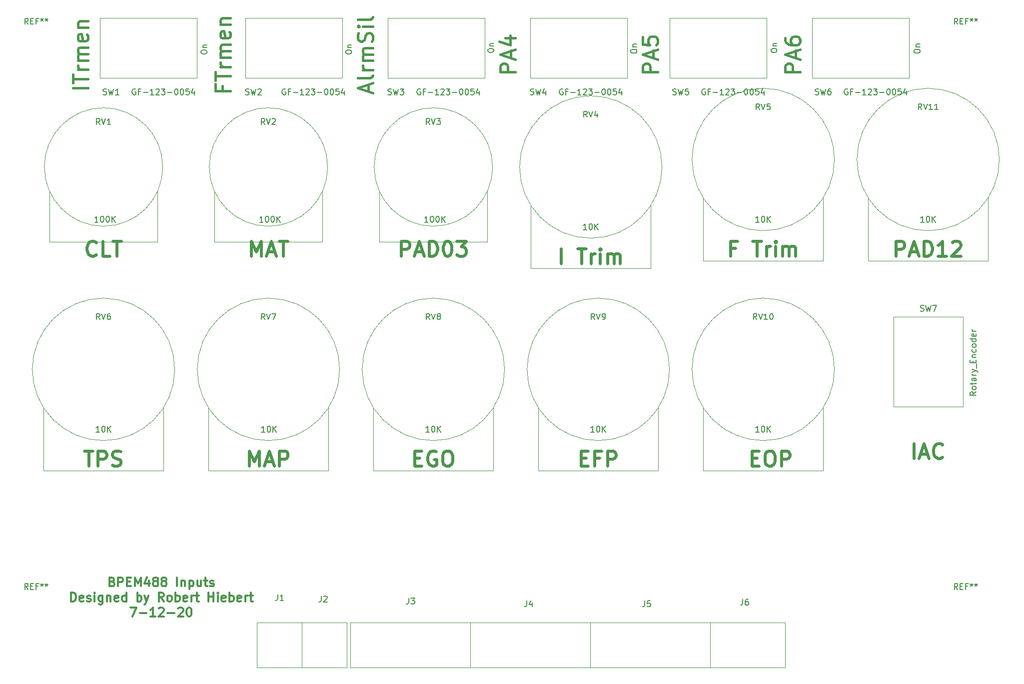
<source format=gbr>
%TF.GenerationSoftware,KiCad,Pcbnew,(5.1.6)-1*%
%TF.CreationDate,2020-07-24T14:32:39-07:00*%
%TF.ProjectId,BPEM488 Inputs,4250454d-3438-4382-9049-6e707574732e,rev?*%
%TF.SameCoordinates,Original*%
%TF.FileFunction,Legend,Top*%
%TF.FilePolarity,Positive*%
%FSLAX46Y46*%
G04 Gerber Fmt 4.6, Leading zero omitted, Abs format (unit mm)*
G04 Created by KiCad (PCBNEW (5.1.6)-1) date 2020-07-24 14:32:39*
%MOMM*%
%LPD*%
G01*
G04 APERTURE LIST*
%ADD10C,0.300000*%
%ADD11C,0.508000*%
%ADD12C,0.381000*%
%ADD13C,0.120000*%
%ADD14C,0.150000*%
G04 APERTURE END LIST*
D10*
X63688571Y-135042857D02*
X63902857Y-135114285D01*
X63974285Y-135185714D01*
X64045714Y-135328571D01*
X64045714Y-135542857D01*
X63974285Y-135685714D01*
X63902857Y-135757142D01*
X63759999Y-135828571D01*
X63188571Y-135828571D01*
X63188571Y-134328571D01*
X63688571Y-134328571D01*
X63831428Y-134400000D01*
X63902857Y-134471428D01*
X63974285Y-134614285D01*
X63974285Y-134757142D01*
X63902857Y-134900000D01*
X63831428Y-134971428D01*
X63688571Y-135042857D01*
X63188571Y-135042857D01*
X64688571Y-135828571D02*
X64688571Y-134328571D01*
X65259999Y-134328571D01*
X65402857Y-134400000D01*
X65474285Y-134471428D01*
X65545714Y-134614285D01*
X65545714Y-134828571D01*
X65474285Y-134971428D01*
X65402857Y-135042857D01*
X65259999Y-135114285D01*
X64688571Y-135114285D01*
X66188571Y-135042857D02*
X66688571Y-135042857D01*
X66902857Y-135828571D02*
X66188571Y-135828571D01*
X66188571Y-134328571D01*
X66902857Y-134328571D01*
X67545714Y-135828571D02*
X67545714Y-134328571D01*
X68045714Y-135400000D01*
X68545714Y-134328571D01*
X68545714Y-135828571D01*
X69902857Y-134828571D02*
X69902857Y-135828571D01*
X69545714Y-134257142D02*
X69188571Y-135328571D01*
X70117142Y-135328571D01*
X70902857Y-134971428D02*
X70760000Y-134900000D01*
X70688571Y-134828571D01*
X70617142Y-134685714D01*
X70617142Y-134614285D01*
X70688571Y-134471428D01*
X70760000Y-134400000D01*
X70902857Y-134328571D01*
X71188571Y-134328571D01*
X71331428Y-134400000D01*
X71402857Y-134471428D01*
X71474285Y-134614285D01*
X71474285Y-134685714D01*
X71402857Y-134828571D01*
X71331428Y-134900000D01*
X71188571Y-134971428D01*
X70902857Y-134971428D01*
X70760000Y-135042857D01*
X70688571Y-135114285D01*
X70617142Y-135257142D01*
X70617142Y-135542857D01*
X70688571Y-135685714D01*
X70760000Y-135757142D01*
X70902857Y-135828571D01*
X71188571Y-135828571D01*
X71331428Y-135757142D01*
X71402857Y-135685714D01*
X71474285Y-135542857D01*
X71474285Y-135257142D01*
X71402857Y-135114285D01*
X71331428Y-135042857D01*
X71188571Y-134971428D01*
X72331428Y-134971428D02*
X72188571Y-134900000D01*
X72117142Y-134828571D01*
X72045714Y-134685714D01*
X72045714Y-134614285D01*
X72117142Y-134471428D01*
X72188571Y-134400000D01*
X72331428Y-134328571D01*
X72617142Y-134328571D01*
X72760000Y-134400000D01*
X72831428Y-134471428D01*
X72902857Y-134614285D01*
X72902857Y-134685714D01*
X72831428Y-134828571D01*
X72760000Y-134900000D01*
X72617142Y-134971428D01*
X72331428Y-134971428D01*
X72188571Y-135042857D01*
X72117142Y-135114285D01*
X72045714Y-135257142D01*
X72045714Y-135542857D01*
X72117142Y-135685714D01*
X72188571Y-135757142D01*
X72331428Y-135828571D01*
X72617142Y-135828571D01*
X72760000Y-135757142D01*
X72831428Y-135685714D01*
X72902857Y-135542857D01*
X72902857Y-135257142D01*
X72831428Y-135114285D01*
X72760000Y-135042857D01*
X72617142Y-134971428D01*
X74688571Y-135828571D02*
X74688571Y-134328571D01*
X75402857Y-134828571D02*
X75402857Y-135828571D01*
X75402857Y-134971428D02*
X75474285Y-134900000D01*
X75617142Y-134828571D01*
X75831428Y-134828571D01*
X75974285Y-134900000D01*
X76045714Y-135042857D01*
X76045714Y-135828571D01*
X76760000Y-134828571D02*
X76760000Y-136328571D01*
X76760000Y-134900000D02*
X76902857Y-134828571D01*
X77188571Y-134828571D01*
X77331428Y-134900000D01*
X77402857Y-134971428D01*
X77474285Y-135114285D01*
X77474285Y-135542857D01*
X77402857Y-135685714D01*
X77331428Y-135757142D01*
X77188571Y-135828571D01*
X76902857Y-135828571D01*
X76760000Y-135757142D01*
X78760000Y-134828571D02*
X78760000Y-135828571D01*
X78117142Y-134828571D02*
X78117142Y-135614285D01*
X78188571Y-135757142D01*
X78331428Y-135828571D01*
X78545714Y-135828571D01*
X78688571Y-135757142D01*
X78760000Y-135685714D01*
X79260000Y-134828571D02*
X79831428Y-134828571D01*
X79474285Y-134328571D02*
X79474285Y-135614285D01*
X79545714Y-135757142D01*
X79688571Y-135828571D01*
X79831428Y-135828571D01*
X80260000Y-135757142D02*
X80402857Y-135828571D01*
X80688571Y-135828571D01*
X80831428Y-135757142D01*
X80902857Y-135614285D01*
X80902857Y-135542857D01*
X80831428Y-135400000D01*
X80688571Y-135328571D01*
X80474285Y-135328571D01*
X80331428Y-135257142D01*
X80260000Y-135114285D01*
X80260000Y-135042857D01*
X80331428Y-134900000D01*
X80474285Y-134828571D01*
X80688571Y-134828571D01*
X80831428Y-134900000D01*
X56724285Y-138378571D02*
X56724285Y-136878571D01*
X57081428Y-136878571D01*
X57295714Y-136950000D01*
X57438571Y-137092857D01*
X57509999Y-137235714D01*
X57581428Y-137521428D01*
X57581428Y-137735714D01*
X57509999Y-138021428D01*
X57438571Y-138164285D01*
X57295714Y-138307142D01*
X57081428Y-138378571D01*
X56724285Y-138378571D01*
X58795714Y-138307142D02*
X58652857Y-138378571D01*
X58367142Y-138378571D01*
X58224285Y-138307142D01*
X58152857Y-138164285D01*
X58152857Y-137592857D01*
X58224285Y-137450000D01*
X58367142Y-137378571D01*
X58652857Y-137378571D01*
X58795714Y-137450000D01*
X58867142Y-137592857D01*
X58867142Y-137735714D01*
X58152857Y-137878571D01*
X59438571Y-138307142D02*
X59581428Y-138378571D01*
X59867142Y-138378571D01*
X60009999Y-138307142D01*
X60081428Y-138164285D01*
X60081428Y-138092857D01*
X60009999Y-137950000D01*
X59867142Y-137878571D01*
X59652857Y-137878571D01*
X59509999Y-137807142D01*
X59438571Y-137664285D01*
X59438571Y-137592857D01*
X59509999Y-137450000D01*
X59652857Y-137378571D01*
X59867142Y-137378571D01*
X60009999Y-137450000D01*
X60724285Y-138378571D02*
X60724285Y-137378571D01*
X60724285Y-136878571D02*
X60652857Y-136950000D01*
X60724285Y-137021428D01*
X60795714Y-136950000D01*
X60724285Y-136878571D01*
X60724285Y-137021428D01*
X62081428Y-137378571D02*
X62081428Y-138592857D01*
X62009999Y-138735714D01*
X61938571Y-138807142D01*
X61795714Y-138878571D01*
X61581428Y-138878571D01*
X61438571Y-138807142D01*
X62081428Y-138307142D02*
X61938571Y-138378571D01*
X61652857Y-138378571D01*
X61509999Y-138307142D01*
X61438571Y-138235714D01*
X61367142Y-138092857D01*
X61367142Y-137664285D01*
X61438571Y-137521428D01*
X61509999Y-137450000D01*
X61652857Y-137378571D01*
X61938571Y-137378571D01*
X62081428Y-137450000D01*
X62795714Y-137378571D02*
X62795714Y-138378571D01*
X62795714Y-137521428D02*
X62867142Y-137450000D01*
X63009999Y-137378571D01*
X63224285Y-137378571D01*
X63367142Y-137450000D01*
X63438571Y-137592857D01*
X63438571Y-138378571D01*
X64724285Y-138307142D02*
X64581428Y-138378571D01*
X64295714Y-138378571D01*
X64152857Y-138307142D01*
X64081428Y-138164285D01*
X64081428Y-137592857D01*
X64152857Y-137450000D01*
X64295714Y-137378571D01*
X64581428Y-137378571D01*
X64724285Y-137450000D01*
X64795714Y-137592857D01*
X64795714Y-137735714D01*
X64081428Y-137878571D01*
X66081428Y-138378571D02*
X66081428Y-136878571D01*
X66081428Y-138307142D02*
X65938571Y-138378571D01*
X65652857Y-138378571D01*
X65509999Y-138307142D01*
X65438571Y-138235714D01*
X65367142Y-138092857D01*
X65367142Y-137664285D01*
X65438571Y-137521428D01*
X65509999Y-137450000D01*
X65652857Y-137378571D01*
X65938571Y-137378571D01*
X66081428Y-137450000D01*
X67938571Y-138378571D02*
X67938571Y-136878571D01*
X67938571Y-137450000D02*
X68081428Y-137378571D01*
X68367142Y-137378571D01*
X68510000Y-137450000D01*
X68581428Y-137521428D01*
X68652857Y-137664285D01*
X68652857Y-138092857D01*
X68581428Y-138235714D01*
X68510000Y-138307142D01*
X68367142Y-138378571D01*
X68081428Y-138378571D01*
X67938571Y-138307142D01*
X69152857Y-137378571D02*
X69509999Y-138378571D01*
X69867142Y-137378571D02*
X69509999Y-138378571D01*
X69367142Y-138735714D01*
X69295714Y-138807142D01*
X69152857Y-138878571D01*
X72438571Y-138378571D02*
X71938571Y-137664285D01*
X71581428Y-138378571D02*
X71581428Y-136878571D01*
X72152857Y-136878571D01*
X72295714Y-136950000D01*
X72367142Y-137021428D01*
X72438571Y-137164285D01*
X72438571Y-137378571D01*
X72367142Y-137521428D01*
X72295714Y-137592857D01*
X72152857Y-137664285D01*
X71581428Y-137664285D01*
X73295714Y-138378571D02*
X73152857Y-138307142D01*
X73081428Y-138235714D01*
X73009999Y-138092857D01*
X73009999Y-137664285D01*
X73081428Y-137521428D01*
X73152857Y-137450000D01*
X73295714Y-137378571D01*
X73510000Y-137378571D01*
X73652857Y-137450000D01*
X73724285Y-137521428D01*
X73795714Y-137664285D01*
X73795714Y-138092857D01*
X73724285Y-138235714D01*
X73652857Y-138307142D01*
X73510000Y-138378571D01*
X73295714Y-138378571D01*
X74438571Y-138378571D02*
X74438571Y-136878571D01*
X74438571Y-137450000D02*
X74581428Y-137378571D01*
X74867142Y-137378571D01*
X75010000Y-137450000D01*
X75081428Y-137521428D01*
X75152857Y-137664285D01*
X75152857Y-138092857D01*
X75081428Y-138235714D01*
X75010000Y-138307142D01*
X74867142Y-138378571D01*
X74581428Y-138378571D01*
X74438571Y-138307142D01*
X76367142Y-138307142D02*
X76224285Y-138378571D01*
X75938571Y-138378571D01*
X75795714Y-138307142D01*
X75724285Y-138164285D01*
X75724285Y-137592857D01*
X75795714Y-137450000D01*
X75938571Y-137378571D01*
X76224285Y-137378571D01*
X76367142Y-137450000D01*
X76438571Y-137592857D01*
X76438571Y-137735714D01*
X75724285Y-137878571D01*
X77081428Y-138378571D02*
X77081428Y-137378571D01*
X77081428Y-137664285D02*
X77152857Y-137521428D01*
X77224285Y-137450000D01*
X77367142Y-137378571D01*
X77510000Y-137378571D01*
X77795714Y-137378571D02*
X78367142Y-137378571D01*
X78010000Y-136878571D02*
X78010000Y-138164285D01*
X78081428Y-138307142D01*
X78224285Y-138378571D01*
X78367142Y-138378571D01*
X80010000Y-138378571D02*
X80010000Y-136878571D01*
X80010000Y-137592857D02*
X80867142Y-137592857D01*
X80867142Y-138378571D02*
X80867142Y-136878571D01*
X81581428Y-138378571D02*
X81581428Y-137378571D01*
X81581428Y-136878571D02*
X81510000Y-136950000D01*
X81581428Y-137021428D01*
X81652857Y-136950000D01*
X81581428Y-136878571D01*
X81581428Y-137021428D01*
X82867142Y-138307142D02*
X82724285Y-138378571D01*
X82438571Y-138378571D01*
X82295714Y-138307142D01*
X82224285Y-138164285D01*
X82224285Y-137592857D01*
X82295714Y-137450000D01*
X82438571Y-137378571D01*
X82724285Y-137378571D01*
X82867142Y-137450000D01*
X82938571Y-137592857D01*
X82938571Y-137735714D01*
X82224285Y-137878571D01*
X83581428Y-138378571D02*
X83581428Y-136878571D01*
X83581428Y-137450000D02*
X83724285Y-137378571D01*
X84010000Y-137378571D01*
X84152857Y-137450000D01*
X84224285Y-137521428D01*
X84295714Y-137664285D01*
X84295714Y-138092857D01*
X84224285Y-138235714D01*
X84152857Y-138307142D01*
X84010000Y-138378571D01*
X83724285Y-138378571D01*
X83581428Y-138307142D01*
X85510000Y-138307142D02*
X85367142Y-138378571D01*
X85081428Y-138378571D01*
X84938571Y-138307142D01*
X84867142Y-138164285D01*
X84867142Y-137592857D01*
X84938571Y-137450000D01*
X85081428Y-137378571D01*
X85367142Y-137378571D01*
X85510000Y-137450000D01*
X85581428Y-137592857D01*
X85581428Y-137735714D01*
X84867142Y-137878571D01*
X86224285Y-138378571D02*
X86224285Y-137378571D01*
X86224285Y-137664285D02*
X86295714Y-137521428D01*
X86367142Y-137450000D01*
X86510000Y-137378571D01*
X86652857Y-137378571D01*
X86938571Y-137378571D02*
X87510000Y-137378571D01*
X87152857Y-136878571D02*
X87152857Y-138164285D01*
X87224285Y-138307142D01*
X87367142Y-138378571D01*
X87510000Y-138378571D01*
X66795714Y-139428571D02*
X67795714Y-139428571D01*
X67152857Y-140928571D01*
X68367142Y-140357142D02*
X69510000Y-140357142D01*
X71010000Y-140928571D02*
X70152857Y-140928571D01*
X70581428Y-140928571D02*
X70581428Y-139428571D01*
X70438571Y-139642857D01*
X70295714Y-139785714D01*
X70152857Y-139857142D01*
X71581428Y-139571428D02*
X71652857Y-139500000D01*
X71795714Y-139428571D01*
X72152857Y-139428571D01*
X72295714Y-139500000D01*
X72367142Y-139571428D01*
X72438571Y-139714285D01*
X72438571Y-139857142D01*
X72367142Y-140071428D01*
X71510000Y-140928571D01*
X72438571Y-140928571D01*
X73081428Y-140357142D02*
X74224285Y-140357142D01*
X74867142Y-139571428D02*
X74938571Y-139500000D01*
X75081428Y-139428571D01*
X75438571Y-139428571D01*
X75581428Y-139500000D01*
X75652857Y-139571428D01*
X75724285Y-139714285D01*
X75724285Y-139857142D01*
X75652857Y-140071428D01*
X74795714Y-140928571D01*
X75724285Y-140928571D01*
X76652857Y-139428571D02*
X76795714Y-139428571D01*
X76938571Y-139500000D01*
X77010000Y-139571428D01*
X77081428Y-139714285D01*
X77152857Y-140000000D01*
X77152857Y-140357142D01*
X77081428Y-140642857D01*
X77010000Y-140785714D01*
X76938571Y-140857142D01*
X76795714Y-140928571D01*
X76652857Y-140928571D01*
X76510000Y-140857142D01*
X76438571Y-140785714D01*
X76367142Y-140642857D01*
X76295714Y-140357142D01*
X76295714Y-140000000D01*
X76367142Y-139714285D01*
X76438571Y-139571428D01*
X76510000Y-139500000D01*
X76652857Y-139428571D01*
D11*
X199571428Y-114179047D02*
X199571428Y-111639047D01*
X200660000Y-113453333D02*
X201869523Y-113453333D01*
X200418095Y-114179047D02*
X201264761Y-111639047D01*
X202111428Y-114179047D01*
X204409523Y-113937142D02*
X204288571Y-114058095D01*
X203925714Y-114179047D01*
X203683809Y-114179047D01*
X203320952Y-114058095D01*
X203079047Y-113816190D01*
X202958095Y-113574285D01*
X202837142Y-113090476D01*
X202837142Y-112727619D01*
X202958095Y-112243809D01*
X203079047Y-112001904D01*
X203320952Y-111760000D01*
X203683809Y-111639047D01*
X203925714Y-111639047D01*
X204288571Y-111760000D01*
X204409523Y-111880952D01*
X196487142Y-79889047D02*
X196487142Y-77349047D01*
X197454761Y-77349047D01*
X197696666Y-77470000D01*
X197817619Y-77590952D01*
X197938571Y-77832857D01*
X197938571Y-78195714D01*
X197817619Y-78437619D01*
X197696666Y-78558571D01*
X197454761Y-78679523D01*
X196487142Y-78679523D01*
X198906190Y-79163333D02*
X200115714Y-79163333D01*
X198664285Y-79889047D02*
X199510952Y-77349047D01*
X200357619Y-79889047D01*
X201204285Y-79889047D02*
X201204285Y-77349047D01*
X201809047Y-77349047D01*
X202171904Y-77470000D01*
X202413809Y-77711904D01*
X202534761Y-77953809D01*
X202655714Y-78437619D01*
X202655714Y-78800476D01*
X202534761Y-79284285D01*
X202413809Y-79526190D01*
X202171904Y-79768095D01*
X201809047Y-79889047D01*
X201204285Y-79889047D01*
X205074761Y-79889047D02*
X203623333Y-79889047D01*
X204349047Y-79889047D02*
X204349047Y-77349047D01*
X204107142Y-77711904D01*
X203865238Y-77953809D01*
X203623333Y-78074761D01*
X206042380Y-77590952D02*
X206163333Y-77470000D01*
X206405238Y-77349047D01*
X207010000Y-77349047D01*
X207251904Y-77470000D01*
X207372857Y-77590952D01*
X207493809Y-77832857D01*
X207493809Y-78074761D01*
X207372857Y-78437619D01*
X205921428Y-79889047D01*
X207493809Y-79889047D01*
X172115238Y-114118571D02*
X172961904Y-114118571D01*
X173324761Y-115449047D02*
X172115238Y-115449047D01*
X172115238Y-112909047D01*
X173324761Y-112909047D01*
X174897142Y-112909047D02*
X175380952Y-112909047D01*
X175622857Y-113030000D01*
X175864761Y-113271904D01*
X175985714Y-113755714D01*
X175985714Y-114602380D01*
X175864761Y-115086190D01*
X175622857Y-115328095D01*
X175380952Y-115449047D01*
X174897142Y-115449047D01*
X174655238Y-115328095D01*
X174413333Y-115086190D01*
X174292380Y-114602380D01*
X174292380Y-113755714D01*
X174413333Y-113271904D01*
X174655238Y-113030000D01*
X174897142Y-112909047D01*
X177074285Y-115449047D02*
X177074285Y-112909047D01*
X178041904Y-112909047D01*
X178283809Y-113030000D01*
X178404761Y-113150952D01*
X178525714Y-113392857D01*
X178525714Y-113755714D01*
X178404761Y-113997619D01*
X178283809Y-114118571D01*
X178041904Y-114239523D01*
X177074285Y-114239523D01*
X169333333Y-78558571D02*
X168486666Y-78558571D01*
X168486666Y-79889047D02*
X168486666Y-77349047D01*
X169696190Y-77349047D01*
X172236190Y-77349047D02*
X173687619Y-77349047D01*
X172961904Y-79889047D02*
X172961904Y-77349047D01*
X174534285Y-79889047D02*
X174534285Y-78195714D01*
X174534285Y-78679523D02*
X174655238Y-78437619D01*
X174776190Y-78316666D01*
X175018095Y-78195714D01*
X175260000Y-78195714D01*
X176106666Y-79889047D02*
X176106666Y-78195714D01*
X176106666Y-77349047D02*
X175985714Y-77470000D01*
X176106666Y-77590952D01*
X176227619Y-77470000D01*
X176106666Y-77349047D01*
X176106666Y-77590952D01*
X177316190Y-79889047D02*
X177316190Y-78195714D01*
X177316190Y-78437619D02*
X177437142Y-78316666D01*
X177679047Y-78195714D01*
X178041904Y-78195714D01*
X178283809Y-78316666D01*
X178404761Y-78558571D01*
X178404761Y-79889047D01*
X178404761Y-78558571D02*
X178525714Y-78316666D01*
X178767619Y-78195714D01*
X179130476Y-78195714D01*
X179372380Y-78316666D01*
X179493333Y-78558571D01*
X179493333Y-79889047D01*
X143147142Y-114118571D02*
X143993809Y-114118571D01*
X144356666Y-115449047D02*
X143147142Y-115449047D01*
X143147142Y-112909047D01*
X144356666Y-112909047D01*
X146291904Y-114118571D02*
X145445238Y-114118571D01*
X145445238Y-115449047D02*
X145445238Y-112909047D01*
X146654761Y-112909047D01*
X147622380Y-115449047D02*
X147622380Y-112909047D01*
X148590000Y-112909047D01*
X148831904Y-113030000D01*
X148952857Y-113150952D01*
X149073809Y-113392857D01*
X149073809Y-113755714D01*
X148952857Y-113997619D01*
X148831904Y-114118571D01*
X148590000Y-114239523D01*
X147622380Y-114239523D01*
X139760476Y-81159047D02*
X139760476Y-78619047D01*
X142542380Y-78619047D02*
X143993809Y-78619047D01*
X143268095Y-81159047D02*
X143268095Y-78619047D01*
X144840476Y-81159047D02*
X144840476Y-79465714D01*
X144840476Y-79949523D02*
X144961428Y-79707619D01*
X145082380Y-79586666D01*
X145324285Y-79465714D01*
X145566190Y-79465714D01*
X146412857Y-81159047D02*
X146412857Y-79465714D01*
X146412857Y-78619047D02*
X146291904Y-78740000D01*
X146412857Y-78860952D01*
X146533809Y-78740000D01*
X146412857Y-78619047D01*
X146412857Y-78860952D01*
X147622380Y-81159047D02*
X147622380Y-79465714D01*
X147622380Y-79707619D02*
X147743333Y-79586666D01*
X147985238Y-79465714D01*
X148348095Y-79465714D01*
X148590000Y-79586666D01*
X148710952Y-79828571D01*
X148710952Y-81159047D01*
X148710952Y-79828571D02*
X148831904Y-79586666D01*
X149073809Y-79465714D01*
X149436666Y-79465714D01*
X149678571Y-79586666D01*
X149799523Y-79828571D01*
X149799523Y-81159047D01*
X112667142Y-79889047D02*
X112667142Y-77349047D01*
X113634761Y-77349047D01*
X113876666Y-77470000D01*
X113997619Y-77590952D01*
X114118571Y-77832857D01*
X114118571Y-78195714D01*
X113997619Y-78437619D01*
X113876666Y-78558571D01*
X113634761Y-78679523D01*
X112667142Y-78679523D01*
X115086190Y-79163333D02*
X116295714Y-79163333D01*
X114844285Y-79889047D02*
X115690952Y-77349047D01*
X116537619Y-79889047D01*
X117384285Y-79889047D02*
X117384285Y-77349047D01*
X117989047Y-77349047D01*
X118351904Y-77470000D01*
X118593809Y-77711904D01*
X118714761Y-77953809D01*
X118835714Y-78437619D01*
X118835714Y-78800476D01*
X118714761Y-79284285D01*
X118593809Y-79526190D01*
X118351904Y-79768095D01*
X117989047Y-79889047D01*
X117384285Y-79889047D01*
X120408095Y-77349047D02*
X120650000Y-77349047D01*
X120891904Y-77470000D01*
X121012857Y-77590952D01*
X121133809Y-77832857D01*
X121254761Y-78316666D01*
X121254761Y-78921428D01*
X121133809Y-79405238D01*
X121012857Y-79647142D01*
X120891904Y-79768095D01*
X120650000Y-79889047D01*
X120408095Y-79889047D01*
X120166190Y-79768095D01*
X120045238Y-79647142D01*
X119924285Y-79405238D01*
X119803333Y-78921428D01*
X119803333Y-78316666D01*
X119924285Y-77832857D01*
X120045238Y-77590952D01*
X120166190Y-77470000D01*
X120408095Y-77349047D01*
X122101428Y-77349047D02*
X123673809Y-77349047D01*
X122827142Y-78316666D01*
X123190000Y-78316666D01*
X123431904Y-78437619D01*
X123552857Y-78558571D01*
X123673809Y-78800476D01*
X123673809Y-79405238D01*
X123552857Y-79647142D01*
X123431904Y-79768095D01*
X123190000Y-79889047D01*
X122464285Y-79889047D01*
X122222380Y-79768095D01*
X122101428Y-79647142D01*
X114965238Y-114118571D02*
X115811904Y-114118571D01*
X116174761Y-115449047D02*
X114965238Y-115449047D01*
X114965238Y-112909047D01*
X116174761Y-112909047D01*
X118593809Y-113030000D02*
X118351904Y-112909047D01*
X117989047Y-112909047D01*
X117626190Y-113030000D01*
X117384285Y-113271904D01*
X117263333Y-113513809D01*
X117142380Y-113997619D01*
X117142380Y-114360476D01*
X117263333Y-114844285D01*
X117384285Y-115086190D01*
X117626190Y-115328095D01*
X117989047Y-115449047D01*
X118230952Y-115449047D01*
X118593809Y-115328095D01*
X118714761Y-115207142D01*
X118714761Y-114360476D01*
X118230952Y-114360476D01*
X120287142Y-112909047D02*
X120770952Y-112909047D01*
X121012857Y-113030000D01*
X121254761Y-113271904D01*
X121375714Y-113755714D01*
X121375714Y-114602380D01*
X121254761Y-115086190D01*
X121012857Y-115328095D01*
X120770952Y-115449047D01*
X120287142Y-115449047D01*
X120045238Y-115328095D01*
X119803333Y-115086190D01*
X119682380Y-114602380D01*
X119682380Y-113755714D01*
X119803333Y-113271904D01*
X120045238Y-113030000D01*
X120287142Y-112909047D01*
X86964761Y-115449047D02*
X86964761Y-112909047D01*
X87811428Y-114723333D01*
X88658095Y-112909047D01*
X88658095Y-115449047D01*
X89746666Y-114723333D02*
X90956190Y-114723333D01*
X89504761Y-115449047D02*
X90351428Y-112909047D01*
X91198095Y-115449047D01*
X92044761Y-115449047D02*
X92044761Y-112909047D01*
X93012380Y-112909047D01*
X93254285Y-113030000D01*
X93375238Y-113150952D01*
X93496190Y-113392857D01*
X93496190Y-113755714D01*
X93375238Y-113997619D01*
X93254285Y-114118571D01*
X93012380Y-114239523D01*
X92044761Y-114239523D01*
X87267142Y-79889047D02*
X87267142Y-77349047D01*
X88113809Y-79163333D01*
X88960476Y-77349047D01*
X88960476Y-79889047D01*
X90049047Y-79163333D02*
X91258571Y-79163333D01*
X89807142Y-79889047D02*
X90653809Y-77349047D01*
X91500476Y-79889047D01*
X91984285Y-77349047D02*
X93435714Y-77349047D01*
X92710000Y-79889047D02*
X92710000Y-77349047D01*
X61020476Y-79647142D02*
X60899523Y-79768095D01*
X60536666Y-79889047D01*
X60294761Y-79889047D01*
X59931904Y-79768095D01*
X59690000Y-79526190D01*
X59569047Y-79284285D01*
X59448095Y-78800476D01*
X59448095Y-78437619D01*
X59569047Y-77953809D01*
X59690000Y-77711904D01*
X59931904Y-77470000D01*
X60294761Y-77349047D01*
X60536666Y-77349047D01*
X60899523Y-77470000D01*
X61020476Y-77590952D01*
X63318571Y-79889047D02*
X62109047Y-79889047D01*
X62109047Y-77349047D01*
X63802380Y-77349047D02*
X65253809Y-77349047D01*
X64528095Y-79889047D02*
X64528095Y-77349047D01*
D12*
X180219047Y-48683333D02*
X177679047Y-48683333D01*
X177679047Y-47715714D01*
X177800000Y-47473809D01*
X177920952Y-47352857D01*
X178162857Y-47231904D01*
X178525714Y-47231904D01*
X178767619Y-47352857D01*
X178888571Y-47473809D01*
X179009523Y-47715714D01*
X179009523Y-48683333D01*
X179493333Y-46264285D02*
X179493333Y-45054761D01*
X180219047Y-46506190D02*
X177679047Y-45659523D01*
X180219047Y-44812857D01*
X177679047Y-42877619D02*
X177679047Y-43361428D01*
X177800000Y-43603333D01*
X177920952Y-43724285D01*
X178283809Y-43966190D01*
X178767619Y-44087142D01*
X179735238Y-44087142D01*
X179977142Y-43966190D01*
X180098095Y-43845238D01*
X180219047Y-43603333D01*
X180219047Y-43119523D01*
X180098095Y-42877619D01*
X179977142Y-42756666D01*
X179735238Y-42635714D01*
X179130476Y-42635714D01*
X178888571Y-42756666D01*
X178767619Y-42877619D01*
X178646666Y-43119523D01*
X178646666Y-43603333D01*
X178767619Y-43845238D01*
X178888571Y-43966190D01*
X179130476Y-44087142D01*
X156089047Y-48683333D02*
X153549047Y-48683333D01*
X153549047Y-47715714D01*
X153670000Y-47473809D01*
X153790952Y-47352857D01*
X154032857Y-47231904D01*
X154395714Y-47231904D01*
X154637619Y-47352857D01*
X154758571Y-47473809D01*
X154879523Y-47715714D01*
X154879523Y-48683333D01*
X155363333Y-46264285D02*
X155363333Y-45054761D01*
X156089047Y-46506190D02*
X153549047Y-45659523D01*
X156089047Y-44812857D01*
X153549047Y-42756666D02*
X153549047Y-43966190D01*
X154758571Y-44087142D01*
X154637619Y-43966190D01*
X154516666Y-43724285D01*
X154516666Y-43119523D01*
X154637619Y-42877619D01*
X154758571Y-42756666D01*
X155000476Y-42635714D01*
X155605238Y-42635714D01*
X155847142Y-42756666D01*
X155968095Y-42877619D01*
X156089047Y-43119523D01*
X156089047Y-43724285D01*
X155968095Y-43966190D01*
X155847142Y-44087142D01*
X131959047Y-48683333D02*
X129419047Y-48683333D01*
X129419047Y-47715714D01*
X129540000Y-47473809D01*
X129660952Y-47352857D01*
X129902857Y-47231904D01*
X130265714Y-47231904D01*
X130507619Y-47352857D01*
X130628571Y-47473809D01*
X130749523Y-47715714D01*
X130749523Y-48683333D01*
X131233333Y-46264285D02*
X131233333Y-45054761D01*
X131959047Y-46506190D02*
X129419047Y-45659523D01*
X131959047Y-44812857D01*
X130265714Y-42877619D02*
X131959047Y-42877619D01*
X129298095Y-43482380D02*
X131112380Y-44087142D01*
X131112380Y-42514761D01*
X107103333Y-51949047D02*
X107103333Y-50739523D01*
X107829047Y-52190952D02*
X105289047Y-51344285D01*
X107829047Y-50497619D01*
X107829047Y-49288095D02*
X107708095Y-49530000D01*
X107466190Y-49650952D01*
X105289047Y-49650952D01*
X107829047Y-48320476D02*
X106135714Y-48320476D01*
X106619523Y-48320476D02*
X106377619Y-48199523D01*
X106256666Y-48078571D01*
X106135714Y-47836666D01*
X106135714Y-47594761D01*
X107829047Y-46748095D02*
X106135714Y-46748095D01*
X106377619Y-46748095D02*
X106256666Y-46627142D01*
X106135714Y-46385238D01*
X106135714Y-46022380D01*
X106256666Y-45780476D01*
X106498571Y-45659523D01*
X107829047Y-45659523D01*
X106498571Y-45659523D02*
X106256666Y-45538571D01*
X106135714Y-45296666D01*
X106135714Y-44933809D01*
X106256666Y-44691904D01*
X106498571Y-44570952D01*
X107829047Y-44570952D01*
X107708095Y-43482380D02*
X107829047Y-43119523D01*
X107829047Y-42514761D01*
X107708095Y-42272857D01*
X107587142Y-42151904D01*
X107345238Y-42030952D01*
X107103333Y-42030952D01*
X106861428Y-42151904D01*
X106740476Y-42272857D01*
X106619523Y-42514761D01*
X106498571Y-42998571D01*
X106377619Y-43240476D01*
X106256666Y-43361428D01*
X106014761Y-43482380D01*
X105772857Y-43482380D01*
X105530952Y-43361428D01*
X105410000Y-43240476D01*
X105289047Y-42998571D01*
X105289047Y-42393809D01*
X105410000Y-42030952D01*
X107829047Y-40942380D02*
X106135714Y-40942380D01*
X105289047Y-40942380D02*
X105410000Y-41063333D01*
X105530952Y-40942380D01*
X105410000Y-40821428D01*
X105289047Y-40942380D01*
X105530952Y-40942380D01*
X107829047Y-39370000D02*
X107708095Y-39611904D01*
X107466190Y-39732857D01*
X105289047Y-39732857D01*
X82368571Y-51041904D02*
X82368571Y-51888571D01*
X83699047Y-51888571D02*
X81159047Y-51888571D01*
X81159047Y-50679047D01*
X81159047Y-50074285D02*
X81159047Y-48622857D01*
X83699047Y-49348571D02*
X81159047Y-49348571D01*
X83699047Y-47776190D02*
X82005714Y-47776190D01*
X82489523Y-47776190D02*
X82247619Y-47655238D01*
X82126666Y-47534285D01*
X82005714Y-47292380D01*
X82005714Y-47050476D01*
X83699047Y-46203809D02*
X82005714Y-46203809D01*
X82247619Y-46203809D02*
X82126666Y-46082857D01*
X82005714Y-45840952D01*
X82005714Y-45478095D01*
X82126666Y-45236190D01*
X82368571Y-45115238D01*
X83699047Y-45115238D01*
X82368571Y-45115238D02*
X82126666Y-44994285D01*
X82005714Y-44752380D01*
X82005714Y-44389523D01*
X82126666Y-44147619D01*
X82368571Y-44026666D01*
X83699047Y-44026666D01*
X83578095Y-41849523D02*
X83699047Y-42091428D01*
X83699047Y-42575238D01*
X83578095Y-42817142D01*
X83336190Y-42938095D01*
X82368571Y-42938095D01*
X82126666Y-42817142D01*
X82005714Y-42575238D01*
X82005714Y-42091428D01*
X82126666Y-41849523D01*
X82368571Y-41728571D01*
X82610476Y-41728571D01*
X82852380Y-42938095D01*
X82005714Y-40640000D02*
X83699047Y-40640000D01*
X82247619Y-40640000D02*
X82126666Y-40519047D01*
X82005714Y-40277142D01*
X82005714Y-39914285D01*
X82126666Y-39672380D01*
X82368571Y-39551428D01*
X83699047Y-39551428D01*
X59569047Y-51404761D02*
X57029047Y-51404761D01*
X57029047Y-50558095D02*
X57029047Y-49106666D01*
X59569047Y-49832380D02*
X57029047Y-49832380D01*
X59569047Y-48260000D02*
X57875714Y-48260000D01*
X58359523Y-48260000D02*
X58117619Y-48139047D01*
X57996666Y-48018095D01*
X57875714Y-47776190D01*
X57875714Y-47534285D01*
X59569047Y-46687619D02*
X57875714Y-46687619D01*
X58117619Y-46687619D02*
X57996666Y-46566666D01*
X57875714Y-46324761D01*
X57875714Y-45961904D01*
X57996666Y-45720000D01*
X58238571Y-45599047D01*
X59569047Y-45599047D01*
X58238571Y-45599047D02*
X57996666Y-45478095D01*
X57875714Y-45236190D01*
X57875714Y-44873333D01*
X57996666Y-44631428D01*
X58238571Y-44510476D01*
X59569047Y-44510476D01*
X59448095Y-42333333D02*
X59569047Y-42575238D01*
X59569047Y-43059047D01*
X59448095Y-43300952D01*
X59206190Y-43421904D01*
X58238571Y-43421904D01*
X57996666Y-43300952D01*
X57875714Y-43059047D01*
X57875714Y-42575238D01*
X57996666Y-42333333D01*
X58238571Y-42212380D01*
X58480476Y-42212380D01*
X58722380Y-43421904D01*
X57875714Y-41123809D02*
X59569047Y-41123809D01*
X58117619Y-41123809D02*
X57996666Y-41002857D01*
X57875714Y-40760952D01*
X57875714Y-40398095D01*
X57996666Y-40156190D01*
X58238571Y-40035238D01*
X59569047Y-40035238D01*
D11*
X59024761Y-112909047D02*
X60476190Y-112909047D01*
X59750476Y-115449047D02*
X59750476Y-112909047D01*
X61322857Y-115449047D02*
X61322857Y-112909047D01*
X62290476Y-112909047D01*
X62532380Y-113030000D01*
X62653333Y-113150952D01*
X62774285Y-113392857D01*
X62774285Y-113755714D01*
X62653333Y-113997619D01*
X62532380Y-114118571D01*
X62290476Y-114239523D01*
X61322857Y-114239523D01*
X63741904Y-115328095D02*
X64104761Y-115449047D01*
X64709523Y-115449047D01*
X64951428Y-115328095D01*
X65072380Y-115207142D01*
X65193333Y-114965238D01*
X65193333Y-114723333D01*
X65072380Y-114481428D01*
X64951428Y-114360476D01*
X64709523Y-114239523D01*
X64225714Y-114118571D01*
X63983809Y-113997619D01*
X63862857Y-113876666D01*
X63741904Y-113634761D01*
X63741904Y-113392857D01*
X63862857Y-113150952D01*
X63983809Y-113030000D01*
X64225714Y-112909047D01*
X64830476Y-112909047D01*
X65193333Y-113030000D01*
D13*
%TO.C,SW7*%
X196037200Y-90170000D02*
X196037200Y-105410000D01*
X196037200Y-105410000D02*
X207822800Y-105410000D01*
X207822800Y-90170000D02*
X207822800Y-105410000D01*
X196037200Y-90170000D02*
X207822800Y-90170000D01*
%TO.C,RV4*%
X134627620Y-81907380D02*
X134627620Y-71247000D01*
X154965400Y-81887060D02*
X154965400Y-71247000D01*
X134620000Y-81915000D02*
X154940000Y-81915000D01*
X156845000Y-64770000D02*
G75*
G03*
X156845000Y-64770000I-12065000J0D01*
G01*
%TO.C,J1*%
X88210400Y-149560000D02*
X88210400Y-141940000D01*
X95830400Y-149560000D02*
X88210400Y-149560000D01*
X95830400Y-141940000D02*
X95830400Y-149560000D01*
X88210400Y-141940000D02*
X95830400Y-141940000D01*
%TO.C,J2*%
X95830400Y-141940000D02*
X103450400Y-141940000D01*
X103450400Y-141940000D02*
X103450400Y-149560000D01*
X103450400Y-149560000D02*
X95830400Y-149560000D01*
X95830400Y-149560000D02*
X95830400Y-141940000D01*
%TO.C,J3*%
X104060000Y-149560000D02*
X107870000Y-149560000D01*
X104060000Y-141940000D02*
X104060000Y-149560000D01*
X107870000Y-141940000D02*
X104060000Y-141940000D01*
X124380000Y-149560000D02*
X120570000Y-149560000D01*
X124380000Y-141940000D02*
X124380000Y-149560000D01*
X120570000Y-141940000D02*
X124380000Y-141940000D01*
X120570000Y-149560000D02*
X107870000Y-149560000D01*
X107870000Y-141940000D02*
X120570000Y-141940000D01*
%TO.C,J4*%
X128190000Y-141940000D02*
X140890000Y-141940000D01*
X140890000Y-149560000D02*
X128190000Y-149560000D01*
X140890000Y-141940000D02*
X144700000Y-141940000D01*
X144700000Y-141940000D02*
X144700000Y-149560000D01*
X144700000Y-149560000D02*
X140890000Y-149560000D01*
X128190000Y-141940000D02*
X124380000Y-141940000D01*
X124380000Y-141940000D02*
X124380000Y-149560000D01*
X124380000Y-149560000D02*
X128190000Y-149560000D01*
%TO.C,J5*%
X144700000Y-149560000D02*
X148510000Y-149560000D01*
X144700000Y-141940000D02*
X144700000Y-149560000D01*
X148510000Y-141940000D02*
X144700000Y-141940000D01*
X165020000Y-149560000D02*
X161210000Y-149560000D01*
X165020000Y-141940000D02*
X165020000Y-149560000D01*
X161210000Y-141940000D02*
X165020000Y-141940000D01*
X161210000Y-149560000D02*
X148510000Y-149560000D01*
X148510000Y-141940000D02*
X161210000Y-141940000D01*
%TO.C,J6*%
X165020000Y-141940000D02*
X177720000Y-141940000D01*
X177720000Y-141940000D02*
X177720000Y-149560000D01*
X177720000Y-149560000D02*
X165020000Y-149560000D01*
X165020000Y-149560000D02*
X165020000Y-141940000D01*
%TO.C,RV1*%
X53086000Y-77421740D02*
X53086000Y-68844160D01*
X71394320Y-77421740D02*
X71394320Y-68877180D01*
X53086000Y-77470000D02*
X71374000Y-77470000D01*
X72263000Y-64770000D02*
G75*
G03*
X72263000Y-64770000I-10033000J0D01*
G01*
%TO.C,RV2*%
X100203000Y-64770000D02*
G75*
G03*
X100203000Y-64770000I-10033000J0D01*
G01*
X81026000Y-77470000D02*
X99314000Y-77470000D01*
X99334320Y-77421740D02*
X99334320Y-68877180D01*
X81026000Y-77421740D02*
X81026000Y-68844160D01*
%TO.C,RV3*%
X108966000Y-77421740D02*
X108966000Y-68844160D01*
X127274320Y-77421740D02*
X127274320Y-68877180D01*
X108966000Y-77470000D02*
X127254000Y-77470000D01*
X128143000Y-64770000D02*
G75*
G03*
X128143000Y-64770000I-10033000J0D01*
G01*
%TO.C,RV5*%
X186055000Y-63500000D02*
G75*
G03*
X186055000Y-63500000I-12065000J0D01*
G01*
X163830000Y-80645000D02*
X184150000Y-80645000D01*
X184175400Y-80617060D02*
X184175400Y-69977000D01*
X163837620Y-80637380D02*
X163837620Y-69977000D01*
%TO.C,RV6*%
X52077620Y-116197380D02*
X52077620Y-105537000D01*
X72415400Y-116177060D02*
X72415400Y-105537000D01*
X52070000Y-116205000D02*
X72390000Y-116205000D01*
X74295000Y-99060000D02*
G75*
G03*
X74295000Y-99060000I-12065000J0D01*
G01*
%TO.C,RV7*%
X102235000Y-99060000D02*
G75*
G03*
X102235000Y-99060000I-12065000J0D01*
G01*
X80010000Y-116205000D02*
X100330000Y-116205000D01*
X100355400Y-116177060D02*
X100355400Y-105537000D01*
X80017620Y-116197380D02*
X80017620Y-105537000D01*
%TO.C,RV8*%
X107957620Y-116197380D02*
X107957620Y-105537000D01*
X128295400Y-116177060D02*
X128295400Y-105537000D01*
X107950000Y-116205000D02*
X128270000Y-116205000D01*
X130175000Y-99060000D02*
G75*
G03*
X130175000Y-99060000I-12065000J0D01*
G01*
%TO.C,RV9*%
X158115000Y-99060000D02*
G75*
G03*
X158115000Y-99060000I-12065000J0D01*
G01*
X135890000Y-116205000D02*
X156210000Y-116205000D01*
X156235400Y-116177060D02*
X156235400Y-105537000D01*
X135897620Y-116197380D02*
X135897620Y-105537000D01*
%TO.C,RV10*%
X163837620Y-116197380D02*
X163837620Y-105537000D01*
X184175400Y-116177060D02*
X184175400Y-105537000D01*
X163830000Y-116205000D02*
X184150000Y-116205000D01*
X186055000Y-99060000D02*
G75*
G03*
X186055000Y-99060000I-12065000J0D01*
G01*
%TO.C,RV11*%
X213995000Y-63500000D02*
G75*
G03*
X213995000Y-63500000I-12065000J0D01*
G01*
X191770000Y-80645000D02*
X212090000Y-80645000D01*
X212115400Y-80617060D02*
X212115400Y-69977000D01*
X191777620Y-80637380D02*
X191777620Y-69977000D01*
%TO.C,SW1*%
X61620400Y-49707800D02*
X61620400Y-39547800D01*
X78079600Y-49707800D02*
X78079600Y-39547800D01*
X61620400Y-39547800D02*
X78079600Y-39547800D01*
X61620400Y-49707800D02*
X78079600Y-49707800D01*
%TO.C,SW2*%
X86233000Y-49707800D02*
X102692200Y-49707800D01*
X86233000Y-39547800D02*
X102692200Y-39547800D01*
X102692200Y-49707800D02*
X102692200Y-39547800D01*
X86233000Y-49707800D02*
X86233000Y-39547800D01*
%TO.C,SW3*%
X110363000Y-49707800D02*
X110363000Y-39547800D01*
X126822200Y-49707800D02*
X126822200Y-39547800D01*
X110363000Y-39547800D02*
X126822200Y-39547800D01*
X110363000Y-49707800D02*
X126822200Y-49707800D01*
%TO.C,SW4*%
X134493000Y-49707800D02*
X150952200Y-49707800D01*
X134493000Y-39547800D02*
X150952200Y-39547800D01*
X150952200Y-49707800D02*
X150952200Y-39547800D01*
X134493000Y-49707800D02*
X134493000Y-39547800D01*
%TO.C,SW5*%
X158140400Y-49707800D02*
X158140400Y-39547800D01*
X174599600Y-49707800D02*
X174599600Y-39547800D01*
X158140400Y-39547800D02*
X174599600Y-39547800D01*
X158140400Y-49707800D02*
X174599600Y-49707800D01*
%TO.C,SW6*%
X182270400Y-49707800D02*
X198729600Y-49707800D01*
X182270400Y-39547800D02*
X198729600Y-39547800D01*
X198729600Y-49707800D02*
X198729600Y-39547800D01*
X182270400Y-49707800D02*
X182270400Y-39547800D01*
%TO.C,SW7*%
D14*
X200624606Y-89144741D02*
X200767463Y-89192360D01*
X201005559Y-89192360D01*
X201100797Y-89144741D01*
X201148416Y-89097122D01*
X201196035Y-89001884D01*
X201196035Y-88906646D01*
X201148416Y-88811408D01*
X201100797Y-88763789D01*
X201005559Y-88716170D01*
X200815082Y-88668551D01*
X200719844Y-88620932D01*
X200672225Y-88573313D01*
X200624606Y-88478075D01*
X200624606Y-88382837D01*
X200672225Y-88287599D01*
X200719844Y-88239980D01*
X200815082Y-88192360D01*
X201053178Y-88192360D01*
X201196035Y-88239980D01*
X201529368Y-88192360D02*
X201767463Y-89192360D01*
X201957940Y-88478075D01*
X202148416Y-89192360D01*
X202386511Y-88192360D01*
X202672225Y-88192360D02*
X203338892Y-88192360D01*
X202910320Y-89192360D01*
X210052380Y-102858571D02*
X209576190Y-103191904D01*
X210052380Y-103430000D02*
X209052380Y-103430000D01*
X209052380Y-103049047D01*
X209100000Y-102953809D01*
X209147619Y-102906190D01*
X209242857Y-102858571D01*
X209385714Y-102858571D01*
X209480952Y-102906190D01*
X209528571Y-102953809D01*
X209576190Y-103049047D01*
X209576190Y-103430000D01*
X210052380Y-102287142D02*
X210004761Y-102382380D01*
X209957142Y-102430000D01*
X209861904Y-102477619D01*
X209576190Y-102477619D01*
X209480952Y-102430000D01*
X209433333Y-102382380D01*
X209385714Y-102287142D01*
X209385714Y-102144285D01*
X209433333Y-102049047D01*
X209480952Y-102001428D01*
X209576190Y-101953809D01*
X209861904Y-101953809D01*
X209957142Y-102001428D01*
X210004761Y-102049047D01*
X210052380Y-102144285D01*
X210052380Y-102287142D01*
X209385714Y-101668095D02*
X209385714Y-101287142D01*
X209052380Y-101525238D02*
X209909523Y-101525238D01*
X210004761Y-101477619D01*
X210052380Y-101382380D01*
X210052380Y-101287142D01*
X210052380Y-100525238D02*
X209528571Y-100525238D01*
X209433333Y-100572857D01*
X209385714Y-100668095D01*
X209385714Y-100858571D01*
X209433333Y-100953809D01*
X210004761Y-100525238D02*
X210052380Y-100620476D01*
X210052380Y-100858571D01*
X210004761Y-100953809D01*
X209909523Y-101001428D01*
X209814285Y-101001428D01*
X209719047Y-100953809D01*
X209671428Y-100858571D01*
X209671428Y-100620476D01*
X209623809Y-100525238D01*
X210052380Y-100049047D02*
X209385714Y-100049047D01*
X209576190Y-100049047D02*
X209480952Y-100001428D01*
X209433333Y-99953809D01*
X209385714Y-99858571D01*
X209385714Y-99763333D01*
X209385714Y-99525238D02*
X210052380Y-99287142D01*
X209385714Y-99049047D02*
X210052380Y-99287142D01*
X210290476Y-99382380D01*
X210338095Y-99430000D01*
X210385714Y-99525238D01*
X210147619Y-98906190D02*
X210147619Y-98144285D01*
X209528571Y-97906190D02*
X209528571Y-97572857D01*
X210052380Y-97430000D02*
X210052380Y-97906190D01*
X209052380Y-97906190D01*
X209052380Y-97430000D01*
X209385714Y-97001428D02*
X210052380Y-97001428D01*
X209480952Y-97001428D02*
X209433333Y-96953809D01*
X209385714Y-96858571D01*
X209385714Y-96715714D01*
X209433333Y-96620476D01*
X209528571Y-96572857D01*
X210052380Y-96572857D01*
X210004761Y-95668095D02*
X210052380Y-95763333D01*
X210052380Y-95953809D01*
X210004761Y-96049047D01*
X209957142Y-96096666D01*
X209861904Y-96144285D01*
X209576190Y-96144285D01*
X209480952Y-96096666D01*
X209433333Y-96049047D01*
X209385714Y-95953809D01*
X209385714Y-95763333D01*
X209433333Y-95668095D01*
X210052380Y-95096666D02*
X210004761Y-95191904D01*
X209957142Y-95239523D01*
X209861904Y-95287142D01*
X209576190Y-95287142D01*
X209480952Y-95239523D01*
X209433333Y-95191904D01*
X209385714Y-95096666D01*
X209385714Y-94953809D01*
X209433333Y-94858571D01*
X209480952Y-94810952D01*
X209576190Y-94763333D01*
X209861904Y-94763333D01*
X209957142Y-94810952D01*
X210004761Y-94858571D01*
X210052380Y-94953809D01*
X210052380Y-95096666D01*
X210052380Y-93906190D02*
X209052380Y-93906190D01*
X210004761Y-93906190D02*
X210052380Y-94001428D01*
X210052380Y-94191904D01*
X210004761Y-94287142D01*
X209957142Y-94334761D01*
X209861904Y-94382380D01*
X209576190Y-94382380D01*
X209480952Y-94334761D01*
X209433333Y-94287142D01*
X209385714Y-94191904D01*
X209385714Y-94001428D01*
X209433333Y-93906190D01*
X210004761Y-93049047D02*
X210052380Y-93144285D01*
X210052380Y-93334761D01*
X210004761Y-93430000D01*
X209909523Y-93477619D01*
X209528571Y-93477619D01*
X209433333Y-93430000D01*
X209385714Y-93334761D01*
X209385714Y-93144285D01*
X209433333Y-93049047D01*
X209528571Y-93001428D01*
X209623809Y-93001428D01*
X209719047Y-93477619D01*
X210052380Y-92572857D02*
X209385714Y-92572857D01*
X209576190Y-92572857D02*
X209480952Y-92525238D01*
X209433333Y-92477619D01*
X209385714Y-92382380D01*
X209385714Y-92287142D01*
%TO.C,REF\u002A\u002A*%
X49466666Y-136342380D02*
X49133333Y-135866190D01*
X48895238Y-136342380D02*
X48895238Y-135342380D01*
X49276190Y-135342380D01*
X49371428Y-135390000D01*
X49419047Y-135437619D01*
X49466666Y-135532857D01*
X49466666Y-135675714D01*
X49419047Y-135770952D01*
X49371428Y-135818571D01*
X49276190Y-135866190D01*
X48895238Y-135866190D01*
X49895238Y-135818571D02*
X50228571Y-135818571D01*
X50371428Y-136342380D02*
X49895238Y-136342380D01*
X49895238Y-135342380D01*
X50371428Y-135342380D01*
X51133333Y-135818571D02*
X50800000Y-135818571D01*
X50800000Y-136342380D02*
X50800000Y-135342380D01*
X51276190Y-135342380D01*
X51800000Y-135342380D02*
X51800000Y-135580476D01*
X51561904Y-135485238D02*
X51800000Y-135580476D01*
X52038095Y-135485238D01*
X51657142Y-135770952D02*
X51800000Y-135580476D01*
X51942857Y-135770952D01*
X52561904Y-135342380D02*
X52561904Y-135580476D01*
X52323809Y-135485238D02*
X52561904Y-135580476D01*
X52800000Y-135485238D01*
X52419047Y-135770952D02*
X52561904Y-135580476D01*
X52704761Y-135770952D01*
X206946666Y-136342380D02*
X206613333Y-135866190D01*
X206375238Y-136342380D02*
X206375238Y-135342380D01*
X206756190Y-135342380D01*
X206851428Y-135390000D01*
X206899047Y-135437619D01*
X206946666Y-135532857D01*
X206946666Y-135675714D01*
X206899047Y-135770952D01*
X206851428Y-135818571D01*
X206756190Y-135866190D01*
X206375238Y-135866190D01*
X207375238Y-135818571D02*
X207708571Y-135818571D01*
X207851428Y-136342380D02*
X207375238Y-136342380D01*
X207375238Y-135342380D01*
X207851428Y-135342380D01*
X208613333Y-135818571D02*
X208280000Y-135818571D01*
X208280000Y-136342380D02*
X208280000Y-135342380D01*
X208756190Y-135342380D01*
X209280000Y-135342380D02*
X209280000Y-135580476D01*
X209041904Y-135485238D02*
X209280000Y-135580476D01*
X209518095Y-135485238D01*
X209137142Y-135770952D02*
X209280000Y-135580476D01*
X209422857Y-135770952D01*
X210041904Y-135342380D02*
X210041904Y-135580476D01*
X209803809Y-135485238D02*
X210041904Y-135580476D01*
X210280000Y-135485238D01*
X209899047Y-135770952D02*
X210041904Y-135580476D01*
X210184761Y-135770952D01*
X49466666Y-40572380D02*
X49133333Y-40096190D01*
X48895238Y-40572380D02*
X48895238Y-39572380D01*
X49276190Y-39572380D01*
X49371428Y-39620000D01*
X49419047Y-39667619D01*
X49466666Y-39762857D01*
X49466666Y-39905714D01*
X49419047Y-40000952D01*
X49371428Y-40048571D01*
X49276190Y-40096190D01*
X48895238Y-40096190D01*
X49895238Y-40048571D02*
X50228571Y-40048571D01*
X50371428Y-40572380D02*
X49895238Y-40572380D01*
X49895238Y-39572380D01*
X50371428Y-39572380D01*
X51133333Y-40048571D02*
X50800000Y-40048571D01*
X50800000Y-40572380D02*
X50800000Y-39572380D01*
X51276190Y-39572380D01*
X51800000Y-39572380D02*
X51800000Y-39810476D01*
X51561904Y-39715238D02*
X51800000Y-39810476D01*
X52038095Y-39715238D01*
X51657142Y-40000952D02*
X51800000Y-39810476D01*
X51942857Y-40000952D01*
X52561904Y-39572380D02*
X52561904Y-39810476D01*
X52323809Y-39715238D02*
X52561904Y-39810476D01*
X52800000Y-39715238D01*
X52419047Y-40000952D02*
X52561904Y-39810476D01*
X52704761Y-40000952D01*
X206946666Y-40572380D02*
X206613333Y-40096190D01*
X206375238Y-40572380D02*
X206375238Y-39572380D01*
X206756190Y-39572380D01*
X206851428Y-39620000D01*
X206899047Y-39667619D01*
X206946666Y-39762857D01*
X206946666Y-39905714D01*
X206899047Y-40000952D01*
X206851428Y-40048571D01*
X206756190Y-40096190D01*
X206375238Y-40096190D01*
X207375238Y-40048571D02*
X207708571Y-40048571D01*
X207851428Y-40572380D02*
X207375238Y-40572380D01*
X207375238Y-39572380D01*
X207851428Y-39572380D01*
X208613333Y-40048571D02*
X208280000Y-40048571D01*
X208280000Y-40572380D02*
X208280000Y-39572380D01*
X208756190Y-39572380D01*
X209280000Y-39572380D02*
X209280000Y-39810476D01*
X209041904Y-39715238D02*
X209280000Y-39810476D01*
X209518095Y-39715238D01*
X209137142Y-40000952D02*
X209280000Y-39810476D01*
X209422857Y-40000952D01*
X210041904Y-39572380D02*
X210041904Y-39810476D01*
X209803809Y-39715238D02*
X210041904Y-39810476D01*
X210280000Y-39715238D01*
X209899047Y-40000952D02*
X210041904Y-39810476D01*
X210184761Y-40000952D01*
%TO.C,RV4*%
X144177141Y-56322220D02*
X143843808Y-55846030D01*
X143605713Y-56322220D02*
X143605713Y-55322220D01*
X143986665Y-55322220D01*
X144081903Y-55369840D01*
X144129522Y-55417459D01*
X144177141Y-55512697D01*
X144177141Y-55655554D01*
X144129522Y-55750792D01*
X144081903Y-55798411D01*
X143986665Y-55846030D01*
X143605713Y-55846030D01*
X144462856Y-55322220D02*
X144796189Y-56322220D01*
X145129522Y-55322220D01*
X145891427Y-55655554D02*
X145891427Y-56322220D01*
X145653332Y-55274601D02*
X145415237Y-55988887D01*
X146034284Y-55988887D01*
X144089523Y-75382380D02*
X143518095Y-75382380D01*
X143803809Y-75382380D02*
X143803809Y-74382380D01*
X143708571Y-74525238D01*
X143613333Y-74620476D01*
X143518095Y-74668095D01*
X144708571Y-74382380D02*
X144803809Y-74382380D01*
X144899047Y-74430000D01*
X144946666Y-74477619D01*
X144994285Y-74572857D01*
X145041904Y-74763333D01*
X145041904Y-75001428D01*
X144994285Y-75191904D01*
X144946666Y-75287142D01*
X144899047Y-75334761D01*
X144803809Y-75382380D01*
X144708571Y-75382380D01*
X144613333Y-75334761D01*
X144565714Y-75287142D01*
X144518095Y-75191904D01*
X144470476Y-75001428D01*
X144470476Y-74763333D01*
X144518095Y-74572857D01*
X144565714Y-74477619D01*
X144613333Y-74430000D01*
X144708571Y-74382380D01*
X145470476Y-75382380D02*
X145470476Y-74382380D01*
X146041904Y-75382380D02*
X145613333Y-74810952D01*
X146041904Y-74382380D02*
X145470476Y-74953809D01*
%TO.C,J1*%
X91736666Y-137212380D02*
X91736666Y-137926666D01*
X91689047Y-138069523D01*
X91593809Y-138164761D01*
X91450952Y-138212380D01*
X91355714Y-138212380D01*
X92736666Y-138212380D02*
X92165238Y-138212380D01*
X92450952Y-138212380D02*
X92450952Y-137212380D01*
X92355714Y-137355238D01*
X92260476Y-137450476D01*
X92165238Y-137498095D01*
%TO.C,J2*%
X99106666Y-137482380D02*
X99106666Y-138196666D01*
X99059047Y-138339523D01*
X98963809Y-138434761D01*
X98820952Y-138482380D01*
X98725714Y-138482380D01*
X99535238Y-137577619D02*
X99582857Y-137530000D01*
X99678095Y-137482380D01*
X99916190Y-137482380D01*
X100011428Y-137530000D01*
X100059047Y-137577619D01*
X100106666Y-137672857D01*
X100106666Y-137768095D01*
X100059047Y-137910952D01*
X99487619Y-138482380D01*
X100106666Y-138482380D01*
%TO.C,J3*%
X113936666Y-137832380D02*
X113936666Y-138546666D01*
X113889047Y-138689523D01*
X113793809Y-138784761D01*
X113650952Y-138832380D01*
X113555714Y-138832380D01*
X114317619Y-137832380D02*
X114936666Y-137832380D01*
X114603333Y-138213333D01*
X114746190Y-138213333D01*
X114841428Y-138260952D01*
X114889047Y-138308571D01*
X114936666Y-138403809D01*
X114936666Y-138641904D01*
X114889047Y-138737142D01*
X114841428Y-138784761D01*
X114746190Y-138832380D01*
X114460476Y-138832380D01*
X114365238Y-138784761D01*
X114317619Y-138737142D01*
%TO.C,J4*%
X133916666Y-138282380D02*
X133916666Y-138996666D01*
X133869047Y-139139523D01*
X133773809Y-139234761D01*
X133630952Y-139282380D01*
X133535714Y-139282380D01*
X134821428Y-138615714D02*
X134821428Y-139282380D01*
X134583333Y-138234761D02*
X134345238Y-138949047D01*
X134964285Y-138949047D01*
%TO.C,J5*%
X153906666Y-138282380D02*
X153906666Y-138996666D01*
X153859047Y-139139523D01*
X153763809Y-139234761D01*
X153620952Y-139282380D01*
X153525714Y-139282380D01*
X154859047Y-138282380D02*
X154382857Y-138282380D01*
X154335238Y-138758571D01*
X154382857Y-138710952D01*
X154478095Y-138663333D01*
X154716190Y-138663333D01*
X154811428Y-138710952D01*
X154859047Y-138758571D01*
X154906666Y-138853809D01*
X154906666Y-139091904D01*
X154859047Y-139187142D01*
X154811428Y-139234761D01*
X154716190Y-139282380D01*
X154478095Y-139282380D01*
X154382857Y-139234761D01*
X154335238Y-139187142D01*
%TO.C,J6*%
X170506666Y-138012380D02*
X170506666Y-138726666D01*
X170459047Y-138869523D01*
X170363809Y-138964761D01*
X170220952Y-139012380D01*
X170125714Y-139012380D01*
X171411428Y-138012380D02*
X171220952Y-138012380D01*
X171125714Y-138060000D01*
X171078095Y-138107619D01*
X170982857Y-138250476D01*
X170935238Y-138440952D01*
X170935238Y-138821904D01*
X170982857Y-138917142D01*
X171030476Y-138964761D01*
X171125714Y-139012380D01*
X171316190Y-139012380D01*
X171411428Y-138964761D01*
X171459047Y-138917142D01*
X171506666Y-138821904D01*
X171506666Y-138583809D01*
X171459047Y-138488571D01*
X171411428Y-138440952D01*
X171316190Y-138393333D01*
X171125714Y-138393333D01*
X171030476Y-138440952D01*
X170982857Y-138488571D01*
X170935238Y-138583809D01*
%TO.C,RV1*%
X61627141Y-57569360D02*
X61293808Y-57093170D01*
X61055713Y-57569360D02*
X61055713Y-56569360D01*
X61436665Y-56569360D01*
X61531903Y-56616980D01*
X61579522Y-56664599D01*
X61627141Y-56759837D01*
X61627141Y-56902694D01*
X61579522Y-56997932D01*
X61531903Y-57045551D01*
X61436665Y-57093170D01*
X61055713Y-57093170D01*
X61912856Y-56569360D02*
X62246189Y-57569360D01*
X62579522Y-56569360D01*
X63436665Y-57569360D02*
X62865237Y-57569360D01*
X63150951Y-57569360D02*
X63150951Y-56569360D01*
X63055713Y-56712218D01*
X62960475Y-56807456D01*
X62865237Y-56855075D01*
X61319873Y-74112380D02*
X60748444Y-74112380D01*
X61034159Y-74112380D02*
X61034159Y-73112380D01*
X60938920Y-73255238D01*
X60843682Y-73350476D01*
X60748444Y-73398095D01*
X61938920Y-73112380D02*
X62034159Y-73112380D01*
X62129397Y-73160000D01*
X62177016Y-73207619D01*
X62224635Y-73302857D01*
X62272254Y-73493333D01*
X62272254Y-73731428D01*
X62224635Y-73921904D01*
X62177016Y-74017142D01*
X62129397Y-74064761D01*
X62034159Y-74112380D01*
X61938920Y-74112380D01*
X61843682Y-74064761D01*
X61796063Y-74017142D01*
X61748444Y-73921904D01*
X61700825Y-73731428D01*
X61700825Y-73493333D01*
X61748444Y-73302857D01*
X61796063Y-73207619D01*
X61843682Y-73160000D01*
X61938920Y-73112380D01*
X62891301Y-73112380D02*
X62986540Y-73112380D01*
X63081778Y-73160000D01*
X63129397Y-73207619D01*
X63177016Y-73302857D01*
X63224635Y-73493333D01*
X63224635Y-73731428D01*
X63177016Y-73921904D01*
X63129397Y-74017142D01*
X63081778Y-74064761D01*
X62986540Y-74112380D01*
X62891301Y-74112380D01*
X62796063Y-74064761D01*
X62748444Y-74017142D01*
X62700825Y-73921904D01*
X62653206Y-73731428D01*
X62653206Y-73493333D01*
X62700825Y-73302857D01*
X62748444Y-73207619D01*
X62796063Y-73160000D01*
X62891301Y-73112380D01*
X63653206Y-74112380D02*
X63653206Y-73112380D01*
X64224635Y-74112380D02*
X63796063Y-73540952D01*
X64224635Y-73112380D02*
X63653206Y-73683809D01*
%TO.C,RV2*%
X89567141Y-57569360D02*
X89233808Y-57093170D01*
X88995713Y-57569360D02*
X88995713Y-56569360D01*
X89376665Y-56569360D01*
X89471903Y-56616980D01*
X89519522Y-56664599D01*
X89567141Y-56759837D01*
X89567141Y-56902694D01*
X89519522Y-56997932D01*
X89471903Y-57045551D01*
X89376665Y-57093170D01*
X88995713Y-57093170D01*
X89852856Y-56569360D02*
X90186189Y-57569360D01*
X90519522Y-56569360D01*
X90805237Y-56664599D02*
X90852856Y-56616980D01*
X90948094Y-56569360D01*
X91186189Y-56569360D01*
X91281427Y-56616980D01*
X91329046Y-56664599D01*
X91376665Y-56759837D01*
X91376665Y-56855075D01*
X91329046Y-56997932D01*
X90757618Y-57569360D01*
X91376665Y-57569360D01*
X89259873Y-74112380D02*
X88688444Y-74112380D01*
X88974159Y-74112380D02*
X88974159Y-73112380D01*
X88878920Y-73255238D01*
X88783682Y-73350476D01*
X88688444Y-73398095D01*
X89878920Y-73112380D02*
X89974159Y-73112380D01*
X90069397Y-73160000D01*
X90117016Y-73207619D01*
X90164635Y-73302857D01*
X90212254Y-73493333D01*
X90212254Y-73731428D01*
X90164635Y-73921904D01*
X90117016Y-74017142D01*
X90069397Y-74064761D01*
X89974159Y-74112380D01*
X89878920Y-74112380D01*
X89783682Y-74064761D01*
X89736063Y-74017142D01*
X89688444Y-73921904D01*
X89640825Y-73731428D01*
X89640825Y-73493333D01*
X89688444Y-73302857D01*
X89736063Y-73207619D01*
X89783682Y-73160000D01*
X89878920Y-73112380D01*
X90831301Y-73112380D02*
X90926540Y-73112380D01*
X91021778Y-73160000D01*
X91069397Y-73207619D01*
X91117016Y-73302857D01*
X91164635Y-73493333D01*
X91164635Y-73731428D01*
X91117016Y-73921904D01*
X91069397Y-74017142D01*
X91021778Y-74064761D01*
X90926540Y-74112380D01*
X90831301Y-74112380D01*
X90736063Y-74064761D01*
X90688444Y-74017142D01*
X90640825Y-73921904D01*
X90593206Y-73731428D01*
X90593206Y-73493333D01*
X90640825Y-73302857D01*
X90688444Y-73207619D01*
X90736063Y-73160000D01*
X90831301Y-73112380D01*
X91593206Y-74112380D02*
X91593206Y-73112380D01*
X92164635Y-74112380D02*
X91736063Y-73540952D01*
X92164635Y-73112380D02*
X91593206Y-73683809D01*
%TO.C,RV3*%
X117507141Y-57569360D02*
X117173808Y-57093170D01*
X116935713Y-57569360D02*
X116935713Y-56569360D01*
X117316665Y-56569360D01*
X117411903Y-56616980D01*
X117459522Y-56664599D01*
X117507141Y-56759837D01*
X117507141Y-56902694D01*
X117459522Y-56997932D01*
X117411903Y-57045551D01*
X117316665Y-57093170D01*
X116935713Y-57093170D01*
X117792856Y-56569360D02*
X118126189Y-57569360D01*
X118459522Y-56569360D01*
X118697618Y-56569360D02*
X119316665Y-56569360D01*
X118983332Y-56950313D01*
X119126189Y-56950313D01*
X119221427Y-56997932D01*
X119269046Y-57045551D01*
X119316665Y-57140789D01*
X119316665Y-57378884D01*
X119269046Y-57474122D01*
X119221427Y-57521741D01*
X119126189Y-57569360D01*
X118840475Y-57569360D01*
X118745237Y-57521741D01*
X118697618Y-57474122D01*
X117199873Y-74112380D02*
X116628444Y-74112380D01*
X116914159Y-74112380D02*
X116914159Y-73112380D01*
X116818920Y-73255238D01*
X116723682Y-73350476D01*
X116628444Y-73398095D01*
X117818920Y-73112380D02*
X117914159Y-73112380D01*
X118009397Y-73160000D01*
X118057016Y-73207619D01*
X118104635Y-73302857D01*
X118152254Y-73493333D01*
X118152254Y-73731428D01*
X118104635Y-73921904D01*
X118057016Y-74017142D01*
X118009397Y-74064761D01*
X117914159Y-74112380D01*
X117818920Y-74112380D01*
X117723682Y-74064761D01*
X117676063Y-74017142D01*
X117628444Y-73921904D01*
X117580825Y-73731428D01*
X117580825Y-73493333D01*
X117628444Y-73302857D01*
X117676063Y-73207619D01*
X117723682Y-73160000D01*
X117818920Y-73112380D01*
X118771301Y-73112380D02*
X118866540Y-73112380D01*
X118961778Y-73160000D01*
X119009397Y-73207619D01*
X119057016Y-73302857D01*
X119104635Y-73493333D01*
X119104635Y-73731428D01*
X119057016Y-73921904D01*
X119009397Y-74017142D01*
X118961778Y-74064761D01*
X118866540Y-74112380D01*
X118771301Y-74112380D01*
X118676063Y-74064761D01*
X118628444Y-74017142D01*
X118580825Y-73921904D01*
X118533206Y-73731428D01*
X118533206Y-73493333D01*
X118580825Y-73302857D01*
X118628444Y-73207619D01*
X118676063Y-73160000D01*
X118771301Y-73112380D01*
X119533206Y-74112380D02*
X119533206Y-73112380D01*
X120104635Y-74112380D02*
X119676063Y-73540952D01*
X120104635Y-73112380D02*
X119533206Y-73683809D01*
%TO.C,RV5*%
X173387141Y-55052220D02*
X173053808Y-54576030D01*
X172815713Y-55052220D02*
X172815713Y-54052220D01*
X173196665Y-54052220D01*
X173291903Y-54099840D01*
X173339522Y-54147459D01*
X173387141Y-54242697D01*
X173387141Y-54385554D01*
X173339522Y-54480792D01*
X173291903Y-54528411D01*
X173196665Y-54576030D01*
X172815713Y-54576030D01*
X173672856Y-54052220D02*
X174006189Y-55052220D01*
X174339522Y-54052220D01*
X175149046Y-54052220D02*
X174672856Y-54052220D01*
X174625237Y-54528411D01*
X174672856Y-54480792D01*
X174768094Y-54433173D01*
X175006189Y-54433173D01*
X175101427Y-54480792D01*
X175149046Y-54528411D01*
X175196665Y-54623649D01*
X175196665Y-54861744D01*
X175149046Y-54956982D01*
X175101427Y-55004601D01*
X175006189Y-55052220D01*
X174768094Y-55052220D01*
X174672856Y-55004601D01*
X174625237Y-54956982D01*
X173299523Y-74112380D02*
X172728095Y-74112380D01*
X173013809Y-74112380D02*
X173013809Y-73112380D01*
X172918571Y-73255238D01*
X172823333Y-73350476D01*
X172728095Y-73398095D01*
X173918571Y-73112380D02*
X174013809Y-73112380D01*
X174109047Y-73160000D01*
X174156666Y-73207619D01*
X174204285Y-73302857D01*
X174251904Y-73493333D01*
X174251904Y-73731428D01*
X174204285Y-73921904D01*
X174156666Y-74017142D01*
X174109047Y-74064761D01*
X174013809Y-74112380D01*
X173918571Y-74112380D01*
X173823333Y-74064761D01*
X173775714Y-74017142D01*
X173728095Y-73921904D01*
X173680476Y-73731428D01*
X173680476Y-73493333D01*
X173728095Y-73302857D01*
X173775714Y-73207619D01*
X173823333Y-73160000D01*
X173918571Y-73112380D01*
X174680476Y-74112380D02*
X174680476Y-73112380D01*
X175251904Y-74112380D02*
X174823333Y-73540952D01*
X175251904Y-73112380D02*
X174680476Y-73683809D01*
%TO.C,RV6*%
X61627141Y-90612220D02*
X61293808Y-90136030D01*
X61055713Y-90612220D02*
X61055713Y-89612220D01*
X61436665Y-89612220D01*
X61531903Y-89659840D01*
X61579522Y-89707459D01*
X61627141Y-89802697D01*
X61627141Y-89945554D01*
X61579522Y-90040792D01*
X61531903Y-90088411D01*
X61436665Y-90136030D01*
X61055713Y-90136030D01*
X61912856Y-89612220D02*
X62246189Y-90612220D01*
X62579522Y-89612220D01*
X63341427Y-89612220D02*
X63150951Y-89612220D01*
X63055713Y-89659840D01*
X63008094Y-89707459D01*
X62912856Y-89850316D01*
X62865237Y-90040792D01*
X62865237Y-90421744D01*
X62912856Y-90516982D01*
X62960475Y-90564601D01*
X63055713Y-90612220D01*
X63246189Y-90612220D01*
X63341427Y-90564601D01*
X63389046Y-90516982D01*
X63436665Y-90421744D01*
X63436665Y-90183649D01*
X63389046Y-90088411D01*
X63341427Y-90040792D01*
X63246189Y-89993173D01*
X63055713Y-89993173D01*
X62960475Y-90040792D01*
X62912856Y-90088411D01*
X62865237Y-90183649D01*
X61539523Y-109672380D02*
X60968095Y-109672380D01*
X61253809Y-109672380D02*
X61253809Y-108672380D01*
X61158571Y-108815238D01*
X61063333Y-108910476D01*
X60968095Y-108958095D01*
X62158571Y-108672380D02*
X62253809Y-108672380D01*
X62349047Y-108720000D01*
X62396666Y-108767619D01*
X62444285Y-108862857D01*
X62491904Y-109053333D01*
X62491904Y-109291428D01*
X62444285Y-109481904D01*
X62396666Y-109577142D01*
X62349047Y-109624761D01*
X62253809Y-109672380D01*
X62158571Y-109672380D01*
X62063333Y-109624761D01*
X62015714Y-109577142D01*
X61968095Y-109481904D01*
X61920476Y-109291428D01*
X61920476Y-109053333D01*
X61968095Y-108862857D01*
X62015714Y-108767619D01*
X62063333Y-108720000D01*
X62158571Y-108672380D01*
X62920476Y-109672380D02*
X62920476Y-108672380D01*
X63491904Y-109672380D02*
X63063333Y-109100952D01*
X63491904Y-108672380D02*
X62920476Y-109243809D01*
%TO.C,RV7*%
X89567141Y-90612220D02*
X89233808Y-90136030D01*
X88995713Y-90612220D02*
X88995713Y-89612220D01*
X89376665Y-89612220D01*
X89471903Y-89659840D01*
X89519522Y-89707459D01*
X89567141Y-89802697D01*
X89567141Y-89945554D01*
X89519522Y-90040792D01*
X89471903Y-90088411D01*
X89376665Y-90136030D01*
X88995713Y-90136030D01*
X89852856Y-89612220D02*
X90186189Y-90612220D01*
X90519522Y-89612220D01*
X90757618Y-89612220D02*
X91424284Y-89612220D01*
X90995713Y-90612220D01*
X89573503Y-109672380D02*
X89002075Y-109672380D01*
X89287789Y-109672380D02*
X89287789Y-108672380D01*
X89192551Y-108815238D01*
X89097313Y-108910476D01*
X89002075Y-108958095D01*
X90192551Y-108672380D02*
X90287789Y-108672380D01*
X90383027Y-108720000D01*
X90430646Y-108767619D01*
X90478265Y-108862857D01*
X90525884Y-109053333D01*
X90525884Y-109291428D01*
X90478265Y-109481904D01*
X90430646Y-109577142D01*
X90383027Y-109624761D01*
X90287789Y-109672380D01*
X90192551Y-109672380D01*
X90097313Y-109624761D01*
X90049694Y-109577142D01*
X90002075Y-109481904D01*
X89954456Y-109291428D01*
X89954456Y-109053333D01*
X90002075Y-108862857D01*
X90049694Y-108767619D01*
X90097313Y-108720000D01*
X90192551Y-108672380D01*
X90954456Y-109672380D02*
X90954456Y-108672380D01*
X91525884Y-109672380D02*
X91097313Y-109100952D01*
X91525884Y-108672380D02*
X90954456Y-109243809D01*
%TO.C,RV8*%
X117507141Y-90612220D02*
X117173808Y-90136030D01*
X116935713Y-90612220D02*
X116935713Y-89612220D01*
X117316665Y-89612220D01*
X117411903Y-89659840D01*
X117459522Y-89707459D01*
X117507141Y-89802697D01*
X117507141Y-89945554D01*
X117459522Y-90040792D01*
X117411903Y-90088411D01*
X117316665Y-90136030D01*
X116935713Y-90136030D01*
X117792856Y-89612220D02*
X118126189Y-90612220D01*
X118459522Y-89612220D01*
X118935713Y-90040792D02*
X118840475Y-89993173D01*
X118792856Y-89945554D01*
X118745237Y-89850316D01*
X118745237Y-89802697D01*
X118792856Y-89707459D01*
X118840475Y-89659840D01*
X118935713Y-89612220D01*
X119126189Y-89612220D01*
X119221427Y-89659840D01*
X119269046Y-89707459D01*
X119316665Y-89802697D01*
X119316665Y-89850316D01*
X119269046Y-89945554D01*
X119221427Y-89993173D01*
X119126189Y-90040792D01*
X118935713Y-90040792D01*
X118840475Y-90088411D01*
X118792856Y-90136030D01*
X118745237Y-90231268D01*
X118745237Y-90421744D01*
X118792856Y-90516982D01*
X118840475Y-90564601D01*
X118935713Y-90612220D01*
X119126189Y-90612220D01*
X119221427Y-90564601D01*
X119269046Y-90516982D01*
X119316665Y-90421744D01*
X119316665Y-90231268D01*
X119269046Y-90136030D01*
X119221427Y-90088411D01*
X119126189Y-90040792D01*
X117419523Y-109672380D02*
X116848095Y-109672380D01*
X117133809Y-109672380D02*
X117133809Y-108672380D01*
X117038571Y-108815238D01*
X116943333Y-108910476D01*
X116848095Y-108958095D01*
X118038571Y-108672380D02*
X118133809Y-108672380D01*
X118229047Y-108720000D01*
X118276666Y-108767619D01*
X118324285Y-108862857D01*
X118371904Y-109053333D01*
X118371904Y-109291428D01*
X118324285Y-109481904D01*
X118276666Y-109577142D01*
X118229047Y-109624761D01*
X118133809Y-109672380D01*
X118038571Y-109672380D01*
X117943333Y-109624761D01*
X117895714Y-109577142D01*
X117848095Y-109481904D01*
X117800476Y-109291428D01*
X117800476Y-109053333D01*
X117848095Y-108862857D01*
X117895714Y-108767619D01*
X117943333Y-108720000D01*
X118038571Y-108672380D01*
X118800476Y-109672380D02*
X118800476Y-108672380D01*
X119371904Y-109672380D02*
X118943333Y-109100952D01*
X119371904Y-108672380D02*
X118800476Y-109243809D01*
%TO.C,RV9*%
X145447141Y-90612220D02*
X145113808Y-90136030D01*
X144875713Y-90612220D02*
X144875713Y-89612220D01*
X145256665Y-89612220D01*
X145351903Y-89659840D01*
X145399522Y-89707459D01*
X145447141Y-89802697D01*
X145447141Y-89945554D01*
X145399522Y-90040792D01*
X145351903Y-90088411D01*
X145256665Y-90136030D01*
X144875713Y-90136030D01*
X145732856Y-89612220D02*
X146066189Y-90612220D01*
X146399522Y-89612220D01*
X146780475Y-90612220D02*
X146970951Y-90612220D01*
X147066189Y-90564601D01*
X147113808Y-90516982D01*
X147209046Y-90374125D01*
X147256665Y-90183649D01*
X147256665Y-89802697D01*
X147209046Y-89707459D01*
X147161427Y-89659840D01*
X147066189Y-89612220D01*
X146875713Y-89612220D01*
X146780475Y-89659840D01*
X146732856Y-89707459D01*
X146685237Y-89802697D01*
X146685237Y-90040792D01*
X146732856Y-90136030D01*
X146780475Y-90183649D01*
X146875713Y-90231268D01*
X147066189Y-90231268D01*
X147161427Y-90183649D01*
X147209046Y-90136030D01*
X147256665Y-90040792D01*
X145359523Y-109672380D02*
X144788095Y-109672380D01*
X145073809Y-109672380D02*
X145073809Y-108672380D01*
X144978571Y-108815238D01*
X144883333Y-108910476D01*
X144788095Y-108958095D01*
X145978571Y-108672380D02*
X146073809Y-108672380D01*
X146169047Y-108720000D01*
X146216666Y-108767619D01*
X146264285Y-108862857D01*
X146311904Y-109053333D01*
X146311904Y-109291428D01*
X146264285Y-109481904D01*
X146216666Y-109577142D01*
X146169047Y-109624761D01*
X146073809Y-109672380D01*
X145978571Y-109672380D01*
X145883333Y-109624761D01*
X145835714Y-109577142D01*
X145788095Y-109481904D01*
X145740476Y-109291428D01*
X145740476Y-109053333D01*
X145788095Y-108862857D01*
X145835714Y-108767619D01*
X145883333Y-108720000D01*
X145978571Y-108672380D01*
X146740476Y-109672380D02*
X146740476Y-108672380D01*
X147311904Y-109672380D02*
X146883333Y-109100952D01*
X147311904Y-108672380D02*
X146740476Y-109243809D01*
%TO.C,RV10*%
X172910951Y-90612220D02*
X172577618Y-90136030D01*
X172339522Y-90612220D02*
X172339522Y-89612220D01*
X172720475Y-89612220D01*
X172815713Y-89659840D01*
X172863332Y-89707459D01*
X172910951Y-89802697D01*
X172910951Y-89945554D01*
X172863332Y-90040792D01*
X172815713Y-90088411D01*
X172720475Y-90136030D01*
X172339522Y-90136030D01*
X173196665Y-89612220D02*
X173529999Y-90612220D01*
X173863332Y-89612220D01*
X174720475Y-90612220D02*
X174149046Y-90612220D01*
X174434760Y-90612220D02*
X174434760Y-89612220D01*
X174339522Y-89755078D01*
X174244284Y-89850316D01*
X174149046Y-89897935D01*
X175339522Y-89612220D02*
X175434760Y-89612220D01*
X175529999Y-89659840D01*
X175577618Y-89707459D01*
X175625237Y-89802697D01*
X175672856Y-89993173D01*
X175672856Y-90231268D01*
X175625237Y-90421744D01*
X175577618Y-90516982D01*
X175529999Y-90564601D01*
X175434760Y-90612220D01*
X175339522Y-90612220D01*
X175244284Y-90564601D01*
X175196665Y-90516982D01*
X175149046Y-90421744D01*
X175101427Y-90231268D01*
X175101427Y-89993173D01*
X175149046Y-89802697D01*
X175196665Y-89707459D01*
X175244284Y-89659840D01*
X175339522Y-89612220D01*
X173299523Y-109672380D02*
X172728095Y-109672380D01*
X173013809Y-109672380D02*
X173013809Y-108672380D01*
X172918571Y-108815238D01*
X172823333Y-108910476D01*
X172728095Y-108958095D01*
X173918571Y-108672380D02*
X174013809Y-108672380D01*
X174109047Y-108720000D01*
X174156666Y-108767619D01*
X174204285Y-108862857D01*
X174251904Y-109053333D01*
X174251904Y-109291428D01*
X174204285Y-109481904D01*
X174156666Y-109577142D01*
X174109047Y-109624761D01*
X174013809Y-109672380D01*
X173918571Y-109672380D01*
X173823333Y-109624761D01*
X173775714Y-109577142D01*
X173728095Y-109481904D01*
X173680476Y-109291428D01*
X173680476Y-109053333D01*
X173728095Y-108862857D01*
X173775714Y-108767619D01*
X173823333Y-108720000D01*
X173918571Y-108672380D01*
X174680476Y-109672380D02*
X174680476Y-108672380D01*
X175251904Y-109672380D02*
X174823333Y-109100952D01*
X175251904Y-108672380D02*
X174680476Y-109243809D01*
%TO.C,RV11*%
X200850951Y-55052220D02*
X200517618Y-54576030D01*
X200279522Y-55052220D02*
X200279522Y-54052220D01*
X200660475Y-54052220D01*
X200755713Y-54099840D01*
X200803332Y-54147459D01*
X200850951Y-54242697D01*
X200850951Y-54385554D01*
X200803332Y-54480792D01*
X200755713Y-54528411D01*
X200660475Y-54576030D01*
X200279522Y-54576030D01*
X201136665Y-54052220D02*
X201469999Y-55052220D01*
X201803332Y-54052220D01*
X202660475Y-55052220D02*
X202089046Y-55052220D01*
X202374760Y-55052220D02*
X202374760Y-54052220D01*
X202279522Y-54195078D01*
X202184284Y-54290316D01*
X202089046Y-54337935D01*
X203612856Y-55052220D02*
X203041427Y-55052220D01*
X203327141Y-55052220D02*
X203327141Y-54052220D01*
X203231903Y-54195078D01*
X203136665Y-54290316D01*
X203041427Y-54337935D01*
X201239523Y-74112380D02*
X200668095Y-74112380D01*
X200953809Y-74112380D02*
X200953809Y-73112380D01*
X200858571Y-73255238D01*
X200763333Y-73350476D01*
X200668095Y-73398095D01*
X201858571Y-73112380D02*
X201953809Y-73112380D01*
X202049047Y-73160000D01*
X202096666Y-73207619D01*
X202144285Y-73302857D01*
X202191904Y-73493333D01*
X202191904Y-73731428D01*
X202144285Y-73921904D01*
X202096666Y-74017142D01*
X202049047Y-74064761D01*
X201953809Y-74112380D01*
X201858571Y-74112380D01*
X201763333Y-74064761D01*
X201715714Y-74017142D01*
X201668095Y-73921904D01*
X201620476Y-73731428D01*
X201620476Y-73493333D01*
X201668095Y-73302857D01*
X201715714Y-73207619D01*
X201763333Y-73160000D01*
X201858571Y-73112380D01*
X202620476Y-74112380D02*
X202620476Y-73112380D01*
X203191904Y-74112380D02*
X202763333Y-73540952D01*
X203191904Y-73112380D02*
X202620476Y-73683809D01*
%TO.C,SW1*%
X62166666Y-52474761D02*
X62309523Y-52522380D01*
X62547619Y-52522380D01*
X62642857Y-52474761D01*
X62690476Y-52427142D01*
X62738095Y-52331904D01*
X62738095Y-52236666D01*
X62690476Y-52141428D01*
X62642857Y-52093809D01*
X62547619Y-52046190D01*
X62357142Y-51998571D01*
X62261904Y-51950952D01*
X62214285Y-51903333D01*
X62166666Y-51808095D01*
X62166666Y-51712857D01*
X62214285Y-51617619D01*
X62261904Y-51570000D01*
X62357142Y-51522380D01*
X62595238Y-51522380D01*
X62738095Y-51570000D01*
X63071428Y-51522380D02*
X63309523Y-52522380D01*
X63500000Y-51808095D01*
X63690476Y-52522380D01*
X63928571Y-51522380D01*
X64833333Y-52522380D02*
X64261904Y-52522380D01*
X64547619Y-52522380D02*
X64547619Y-51522380D01*
X64452380Y-51665238D01*
X64357142Y-51760476D01*
X64261904Y-51808095D01*
X67651904Y-51570000D02*
X67556666Y-51522380D01*
X67413809Y-51522380D01*
X67270952Y-51570000D01*
X67175714Y-51665238D01*
X67128095Y-51760476D01*
X67080476Y-51950952D01*
X67080476Y-52093809D01*
X67128095Y-52284285D01*
X67175714Y-52379523D01*
X67270952Y-52474761D01*
X67413809Y-52522380D01*
X67509047Y-52522380D01*
X67651904Y-52474761D01*
X67699523Y-52427142D01*
X67699523Y-52093809D01*
X67509047Y-52093809D01*
X68461428Y-51998571D02*
X68128095Y-51998571D01*
X68128095Y-52522380D02*
X68128095Y-51522380D01*
X68604285Y-51522380D01*
X68985238Y-52141428D02*
X69747142Y-52141428D01*
X70747142Y-52522380D02*
X70175714Y-52522380D01*
X70461428Y-52522380D02*
X70461428Y-51522380D01*
X70366190Y-51665238D01*
X70270952Y-51760476D01*
X70175714Y-51808095D01*
X71128095Y-51617619D02*
X71175714Y-51570000D01*
X71270952Y-51522380D01*
X71509047Y-51522380D01*
X71604285Y-51570000D01*
X71651904Y-51617619D01*
X71699523Y-51712857D01*
X71699523Y-51808095D01*
X71651904Y-51950952D01*
X71080476Y-52522380D01*
X71699523Y-52522380D01*
X72032857Y-51522380D02*
X72651904Y-51522380D01*
X72318571Y-51903333D01*
X72461428Y-51903333D01*
X72556666Y-51950952D01*
X72604285Y-51998571D01*
X72651904Y-52093809D01*
X72651904Y-52331904D01*
X72604285Y-52427142D01*
X72556666Y-52474761D01*
X72461428Y-52522380D01*
X72175714Y-52522380D01*
X72080476Y-52474761D01*
X72032857Y-52427142D01*
X73080476Y-52141428D02*
X73842380Y-52141428D01*
X74509047Y-51522380D02*
X74604285Y-51522380D01*
X74699523Y-51570000D01*
X74747142Y-51617619D01*
X74794761Y-51712857D01*
X74842380Y-51903333D01*
X74842380Y-52141428D01*
X74794761Y-52331904D01*
X74747142Y-52427142D01*
X74699523Y-52474761D01*
X74604285Y-52522380D01*
X74509047Y-52522380D01*
X74413809Y-52474761D01*
X74366190Y-52427142D01*
X74318571Y-52331904D01*
X74270952Y-52141428D01*
X74270952Y-51903333D01*
X74318571Y-51712857D01*
X74366190Y-51617619D01*
X74413809Y-51570000D01*
X74509047Y-51522380D01*
X75461428Y-51522380D02*
X75556666Y-51522380D01*
X75651904Y-51570000D01*
X75699523Y-51617619D01*
X75747142Y-51712857D01*
X75794761Y-51903333D01*
X75794761Y-52141428D01*
X75747142Y-52331904D01*
X75699523Y-52427142D01*
X75651904Y-52474761D01*
X75556666Y-52522380D01*
X75461428Y-52522380D01*
X75366190Y-52474761D01*
X75318571Y-52427142D01*
X75270952Y-52331904D01*
X75223333Y-52141428D01*
X75223333Y-51903333D01*
X75270952Y-51712857D01*
X75318571Y-51617619D01*
X75366190Y-51570000D01*
X75461428Y-51522380D01*
X76699523Y-51522380D02*
X76223333Y-51522380D01*
X76175714Y-51998571D01*
X76223333Y-51950952D01*
X76318571Y-51903333D01*
X76556666Y-51903333D01*
X76651904Y-51950952D01*
X76699523Y-51998571D01*
X76747142Y-52093809D01*
X76747142Y-52331904D01*
X76699523Y-52427142D01*
X76651904Y-52474761D01*
X76556666Y-52522380D01*
X76318571Y-52522380D01*
X76223333Y-52474761D01*
X76175714Y-52427142D01*
X77604285Y-51855714D02*
X77604285Y-52522380D01*
X77366190Y-51474761D02*
X77128095Y-52189047D01*
X77747142Y-52189047D01*
X78752380Y-45377619D02*
X78752380Y-45187142D01*
X78800000Y-45091904D01*
X78895238Y-44996666D01*
X79085714Y-44949047D01*
X79419047Y-44949047D01*
X79609523Y-44996666D01*
X79704761Y-45091904D01*
X79752380Y-45187142D01*
X79752380Y-45377619D01*
X79704761Y-45472857D01*
X79609523Y-45568095D01*
X79419047Y-45615714D01*
X79085714Y-45615714D01*
X78895238Y-45568095D01*
X78800000Y-45472857D01*
X78752380Y-45377619D01*
X79085714Y-44520476D02*
X79752380Y-44520476D01*
X79180952Y-44520476D02*
X79133333Y-44472857D01*
X79085714Y-44377619D01*
X79085714Y-44234761D01*
X79133333Y-44139523D01*
X79228571Y-44091904D01*
X79752380Y-44091904D01*
%TO.C,SW2*%
X86296666Y-52474761D02*
X86439523Y-52522380D01*
X86677619Y-52522380D01*
X86772857Y-52474761D01*
X86820476Y-52427142D01*
X86868095Y-52331904D01*
X86868095Y-52236666D01*
X86820476Y-52141428D01*
X86772857Y-52093809D01*
X86677619Y-52046190D01*
X86487142Y-51998571D01*
X86391904Y-51950952D01*
X86344285Y-51903333D01*
X86296666Y-51808095D01*
X86296666Y-51712857D01*
X86344285Y-51617619D01*
X86391904Y-51570000D01*
X86487142Y-51522380D01*
X86725238Y-51522380D01*
X86868095Y-51570000D01*
X87201428Y-51522380D02*
X87439523Y-52522380D01*
X87630000Y-51808095D01*
X87820476Y-52522380D01*
X88058571Y-51522380D01*
X88391904Y-51617619D02*
X88439523Y-51570000D01*
X88534761Y-51522380D01*
X88772857Y-51522380D01*
X88868095Y-51570000D01*
X88915714Y-51617619D01*
X88963333Y-51712857D01*
X88963333Y-51808095D01*
X88915714Y-51950952D01*
X88344285Y-52522380D01*
X88963333Y-52522380D01*
X93051904Y-51570000D02*
X92956666Y-51522380D01*
X92813809Y-51522380D01*
X92670952Y-51570000D01*
X92575714Y-51665238D01*
X92528095Y-51760476D01*
X92480476Y-51950952D01*
X92480476Y-52093809D01*
X92528095Y-52284285D01*
X92575714Y-52379523D01*
X92670952Y-52474761D01*
X92813809Y-52522380D01*
X92909047Y-52522380D01*
X93051904Y-52474761D01*
X93099523Y-52427142D01*
X93099523Y-52093809D01*
X92909047Y-52093809D01*
X93861428Y-51998571D02*
X93528095Y-51998571D01*
X93528095Y-52522380D02*
X93528095Y-51522380D01*
X94004285Y-51522380D01*
X94385238Y-52141428D02*
X95147142Y-52141428D01*
X96147142Y-52522380D02*
X95575714Y-52522380D01*
X95861428Y-52522380D02*
X95861428Y-51522380D01*
X95766190Y-51665238D01*
X95670952Y-51760476D01*
X95575714Y-51808095D01*
X96528095Y-51617619D02*
X96575714Y-51570000D01*
X96670952Y-51522380D01*
X96909047Y-51522380D01*
X97004285Y-51570000D01*
X97051904Y-51617619D01*
X97099523Y-51712857D01*
X97099523Y-51808095D01*
X97051904Y-51950952D01*
X96480476Y-52522380D01*
X97099523Y-52522380D01*
X97432857Y-51522380D02*
X98051904Y-51522380D01*
X97718571Y-51903333D01*
X97861428Y-51903333D01*
X97956666Y-51950952D01*
X98004285Y-51998571D01*
X98051904Y-52093809D01*
X98051904Y-52331904D01*
X98004285Y-52427142D01*
X97956666Y-52474761D01*
X97861428Y-52522380D01*
X97575714Y-52522380D01*
X97480476Y-52474761D01*
X97432857Y-52427142D01*
X98480476Y-52141428D02*
X99242380Y-52141428D01*
X99909047Y-51522380D02*
X100004285Y-51522380D01*
X100099523Y-51570000D01*
X100147142Y-51617619D01*
X100194761Y-51712857D01*
X100242380Y-51903333D01*
X100242380Y-52141428D01*
X100194761Y-52331904D01*
X100147142Y-52427142D01*
X100099523Y-52474761D01*
X100004285Y-52522380D01*
X99909047Y-52522380D01*
X99813809Y-52474761D01*
X99766190Y-52427142D01*
X99718571Y-52331904D01*
X99670952Y-52141428D01*
X99670952Y-51903333D01*
X99718571Y-51712857D01*
X99766190Y-51617619D01*
X99813809Y-51570000D01*
X99909047Y-51522380D01*
X100861428Y-51522380D02*
X100956666Y-51522380D01*
X101051904Y-51570000D01*
X101099523Y-51617619D01*
X101147142Y-51712857D01*
X101194761Y-51903333D01*
X101194761Y-52141428D01*
X101147142Y-52331904D01*
X101099523Y-52427142D01*
X101051904Y-52474761D01*
X100956666Y-52522380D01*
X100861428Y-52522380D01*
X100766190Y-52474761D01*
X100718571Y-52427142D01*
X100670952Y-52331904D01*
X100623333Y-52141428D01*
X100623333Y-51903333D01*
X100670952Y-51712857D01*
X100718571Y-51617619D01*
X100766190Y-51570000D01*
X100861428Y-51522380D01*
X102099523Y-51522380D02*
X101623333Y-51522380D01*
X101575714Y-51998571D01*
X101623333Y-51950952D01*
X101718571Y-51903333D01*
X101956666Y-51903333D01*
X102051904Y-51950952D01*
X102099523Y-51998571D01*
X102147142Y-52093809D01*
X102147142Y-52331904D01*
X102099523Y-52427142D01*
X102051904Y-52474761D01*
X101956666Y-52522380D01*
X101718571Y-52522380D01*
X101623333Y-52474761D01*
X101575714Y-52427142D01*
X103004285Y-51855714D02*
X103004285Y-52522380D01*
X102766190Y-51474761D02*
X102528095Y-52189047D01*
X103147142Y-52189047D01*
X103242380Y-45377619D02*
X103242380Y-45187142D01*
X103290000Y-45091904D01*
X103385238Y-44996666D01*
X103575714Y-44949047D01*
X103909047Y-44949047D01*
X104099523Y-44996666D01*
X104194761Y-45091904D01*
X104242380Y-45187142D01*
X104242380Y-45377619D01*
X104194761Y-45472857D01*
X104099523Y-45568095D01*
X103909047Y-45615714D01*
X103575714Y-45615714D01*
X103385238Y-45568095D01*
X103290000Y-45472857D01*
X103242380Y-45377619D01*
X103575714Y-44520476D02*
X104242380Y-44520476D01*
X103670952Y-44520476D02*
X103623333Y-44472857D01*
X103575714Y-44377619D01*
X103575714Y-44234761D01*
X103623333Y-44139523D01*
X103718571Y-44091904D01*
X104242380Y-44091904D01*
%TO.C,SW3*%
X110426666Y-52474761D02*
X110569523Y-52522380D01*
X110807619Y-52522380D01*
X110902857Y-52474761D01*
X110950476Y-52427142D01*
X110998095Y-52331904D01*
X110998095Y-52236666D01*
X110950476Y-52141428D01*
X110902857Y-52093809D01*
X110807619Y-52046190D01*
X110617142Y-51998571D01*
X110521904Y-51950952D01*
X110474285Y-51903333D01*
X110426666Y-51808095D01*
X110426666Y-51712857D01*
X110474285Y-51617619D01*
X110521904Y-51570000D01*
X110617142Y-51522380D01*
X110855238Y-51522380D01*
X110998095Y-51570000D01*
X111331428Y-51522380D02*
X111569523Y-52522380D01*
X111760000Y-51808095D01*
X111950476Y-52522380D01*
X112188571Y-51522380D01*
X112474285Y-51522380D02*
X113093333Y-51522380D01*
X112760000Y-51903333D01*
X112902857Y-51903333D01*
X112998095Y-51950952D01*
X113045714Y-51998571D01*
X113093333Y-52093809D01*
X113093333Y-52331904D01*
X113045714Y-52427142D01*
X112998095Y-52474761D01*
X112902857Y-52522380D01*
X112617142Y-52522380D01*
X112521904Y-52474761D01*
X112474285Y-52427142D01*
X115911904Y-51570000D02*
X115816666Y-51522380D01*
X115673809Y-51522380D01*
X115530952Y-51570000D01*
X115435714Y-51665238D01*
X115388095Y-51760476D01*
X115340476Y-51950952D01*
X115340476Y-52093809D01*
X115388095Y-52284285D01*
X115435714Y-52379523D01*
X115530952Y-52474761D01*
X115673809Y-52522380D01*
X115769047Y-52522380D01*
X115911904Y-52474761D01*
X115959523Y-52427142D01*
X115959523Y-52093809D01*
X115769047Y-52093809D01*
X116721428Y-51998571D02*
X116388095Y-51998571D01*
X116388095Y-52522380D02*
X116388095Y-51522380D01*
X116864285Y-51522380D01*
X117245238Y-52141428D02*
X118007142Y-52141428D01*
X119007142Y-52522380D02*
X118435714Y-52522380D01*
X118721428Y-52522380D02*
X118721428Y-51522380D01*
X118626190Y-51665238D01*
X118530952Y-51760476D01*
X118435714Y-51808095D01*
X119388095Y-51617619D02*
X119435714Y-51570000D01*
X119530952Y-51522380D01*
X119769047Y-51522380D01*
X119864285Y-51570000D01*
X119911904Y-51617619D01*
X119959523Y-51712857D01*
X119959523Y-51808095D01*
X119911904Y-51950952D01*
X119340476Y-52522380D01*
X119959523Y-52522380D01*
X120292857Y-51522380D02*
X120911904Y-51522380D01*
X120578571Y-51903333D01*
X120721428Y-51903333D01*
X120816666Y-51950952D01*
X120864285Y-51998571D01*
X120911904Y-52093809D01*
X120911904Y-52331904D01*
X120864285Y-52427142D01*
X120816666Y-52474761D01*
X120721428Y-52522380D01*
X120435714Y-52522380D01*
X120340476Y-52474761D01*
X120292857Y-52427142D01*
X121340476Y-52141428D02*
X122102380Y-52141428D01*
X122769047Y-51522380D02*
X122864285Y-51522380D01*
X122959523Y-51570000D01*
X123007142Y-51617619D01*
X123054761Y-51712857D01*
X123102380Y-51903333D01*
X123102380Y-52141428D01*
X123054761Y-52331904D01*
X123007142Y-52427142D01*
X122959523Y-52474761D01*
X122864285Y-52522380D01*
X122769047Y-52522380D01*
X122673809Y-52474761D01*
X122626190Y-52427142D01*
X122578571Y-52331904D01*
X122530952Y-52141428D01*
X122530952Y-51903333D01*
X122578571Y-51712857D01*
X122626190Y-51617619D01*
X122673809Y-51570000D01*
X122769047Y-51522380D01*
X123721428Y-51522380D02*
X123816666Y-51522380D01*
X123911904Y-51570000D01*
X123959523Y-51617619D01*
X124007142Y-51712857D01*
X124054761Y-51903333D01*
X124054761Y-52141428D01*
X124007142Y-52331904D01*
X123959523Y-52427142D01*
X123911904Y-52474761D01*
X123816666Y-52522380D01*
X123721428Y-52522380D01*
X123626190Y-52474761D01*
X123578571Y-52427142D01*
X123530952Y-52331904D01*
X123483333Y-52141428D01*
X123483333Y-51903333D01*
X123530952Y-51712857D01*
X123578571Y-51617619D01*
X123626190Y-51570000D01*
X123721428Y-51522380D01*
X124959523Y-51522380D02*
X124483333Y-51522380D01*
X124435714Y-51998571D01*
X124483333Y-51950952D01*
X124578571Y-51903333D01*
X124816666Y-51903333D01*
X124911904Y-51950952D01*
X124959523Y-51998571D01*
X125007142Y-52093809D01*
X125007142Y-52331904D01*
X124959523Y-52427142D01*
X124911904Y-52474761D01*
X124816666Y-52522380D01*
X124578571Y-52522380D01*
X124483333Y-52474761D01*
X124435714Y-52427142D01*
X125864285Y-51855714D02*
X125864285Y-52522380D01*
X125626190Y-51474761D02*
X125388095Y-52189047D01*
X126007142Y-52189047D01*
X127342380Y-45127619D02*
X127342380Y-44937142D01*
X127390000Y-44841904D01*
X127485238Y-44746666D01*
X127675714Y-44699047D01*
X128009047Y-44699047D01*
X128199523Y-44746666D01*
X128294761Y-44841904D01*
X128342380Y-44937142D01*
X128342380Y-45127619D01*
X128294761Y-45222857D01*
X128199523Y-45318095D01*
X128009047Y-45365714D01*
X127675714Y-45365714D01*
X127485238Y-45318095D01*
X127390000Y-45222857D01*
X127342380Y-45127619D01*
X127675714Y-44270476D02*
X128342380Y-44270476D01*
X127770952Y-44270476D02*
X127723333Y-44222857D01*
X127675714Y-44127619D01*
X127675714Y-43984761D01*
X127723333Y-43889523D01*
X127818571Y-43841904D01*
X128342380Y-43841904D01*
%TO.C,SW4*%
X134556666Y-52474761D02*
X134699523Y-52522380D01*
X134937619Y-52522380D01*
X135032857Y-52474761D01*
X135080476Y-52427142D01*
X135128095Y-52331904D01*
X135128095Y-52236666D01*
X135080476Y-52141428D01*
X135032857Y-52093809D01*
X134937619Y-52046190D01*
X134747142Y-51998571D01*
X134651904Y-51950952D01*
X134604285Y-51903333D01*
X134556666Y-51808095D01*
X134556666Y-51712857D01*
X134604285Y-51617619D01*
X134651904Y-51570000D01*
X134747142Y-51522380D01*
X134985238Y-51522380D01*
X135128095Y-51570000D01*
X135461428Y-51522380D02*
X135699523Y-52522380D01*
X135890000Y-51808095D01*
X136080476Y-52522380D01*
X136318571Y-51522380D01*
X137128095Y-51855714D02*
X137128095Y-52522380D01*
X136890000Y-51474761D02*
X136651904Y-52189047D01*
X137270952Y-52189047D01*
X140041904Y-51570000D02*
X139946666Y-51522380D01*
X139803809Y-51522380D01*
X139660952Y-51570000D01*
X139565714Y-51665238D01*
X139518095Y-51760476D01*
X139470476Y-51950952D01*
X139470476Y-52093809D01*
X139518095Y-52284285D01*
X139565714Y-52379523D01*
X139660952Y-52474761D01*
X139803809Y-52522380D01*
X139899047Y-52522380D01*
X140041904Y-52474761D01*
X140089523Y-52427142D01*
X140089523Y-52093809D01*
X139899047Y-52093809D01*
X140851428Y-51998571D02*
X140518095Y-51998571D01*
X140518095Y-52522380D02*
X140518095Y-51522380D01*
X140994285Y-51522380D01*
X141375238Y-52141428D02*
X142137142Y-52141428D01*
X143137142Y-52522380D02*
X142565714Y-52522380D01*
X142851428Y-52522380D02*
X142851428Y-51522380D01*
X142756190Y-51665238D01*
X142660952Y-51760476D01*
X142565714Y-51808095D01*
X143518095Y-51617619D02*
X143565714Y-51570000D01*
X143660952Y-51522380D01*
X143899047Y-51522380D01*
X143994285Y-51570000D01*
X144041904Y-51617619D01*
X144089523Y-51712857D01*
X144089523Y-51808095D01*
X144041904Y-51950952D01*
X143470476Y-52522380D01*
X144089523Y-52522380D01*
X144422857Y-51522380D02*
X145041904Y-51522380D01*
X144708571Y-51903333D01*
X144851428Y-51903333D01*
X144946666Y-51950952D01*
X144994285Y-51998571D01*
X145041904Y-52093809D01*
X145041904Y-52331904D01*
X144994285Y-52427142D01*
X144946666Y-52474761D01*
X144851428Y-52522380D01*
X144565714Y-52522380D01*
X144470476Y-52474761D01*
X144422857Y-52427142D01*
X145470476Y-52141428D02*
X146232380Y-52141428D01*
X146899047Y-51522380D02*
X146994285Y-51522380D01*
X147089523Y-51570000D01*
X147137142Y-51617619D01*
X147184761Y-51712857D01*
X147232380Y-51903333D01*
X147232380Y-52141428D01*
X147184761Y-52331904D01*
X147137142Y-52427142D01*
X147089523Y-52474761D01*
X146994285Y-52522380D01*
X146899047Y-52522380D01*
X146803809Y-52474761D01*
X146756190Y-52427142D01*
X146708571Y-52331904D01*
X146660952Y-52141428D01*
X146660952Y-51903333D01*
X146708571Y-51712857D01*
X146756190Y-51617619D01*
X146803809Y-51570000D01*
X146899047Y-51522380D01*
X147851428Y-51522380D02*
X147946666Y-51522380D01*
X148041904Y-51570000D01*
X148089523Y-51617619D01*
X148137142Y-51712857D01*
X148184761Y-51903333D01*
X148184761Y-52141428D01*
X148137142Y-52331904D01*
X148089523Y-52427142D01*
X148041904Y-52474761D01*
X147946666Y-52522380D01*
X147851428Y-52522380D01*
X147756190Y-52474761D01*
X147708571Y-52427142D01*
X147660952Y-52331904D01*
X147613333Y-52141428D01*
X147613333Y-51903333D01*
X147660952Y-51712857D01*
X147708571Y-51617619D01*
X147756190Y-51570000D01*
X147851428Y-51522380D01*
X149089523Y-51522380D02*
X148613333Y-51522380D01*
X148565714Y-51998571D01*
X148613333Y-51950952D01*
X148708571Y-51903333D01*
X148946666Y-51903333D01*
X149041904Y-51950952D01*
X149089523Y-51998571D01*
X149137142Y-52093809D01*
X149137142Y-52331904D01*
X149089523Y-52427142D01*
X149041904Y-52474761D01*
X148946666Y-52522380D01*
X148708571Y-52522380D01*
X148613333Y-52474761D01*
X148565714Y-52427142D01*
X149994285Y-51855714D02*
X149994285Y-52522380D01*
X149756190Y-51474761D02*
X149518095Y-52189047D01*
X150137142Y-52189047D01*
X151572380Y-45247619D02*
X151572380Y-45057142D01*
X151620000Y-44961904D01*
X151715238Y-44866666D01*
X151905714Y-44819047D01*
X152239047Y-44819047D01*
X152429523Y-44866666D01*
X152524761Y-44961904D01*
X152572380Y-45057142D01*
X152572380Y-45247619D01*
X152524761Y-45342857D01*
X152429523Y-45438095D01*
X152239047Y-45485714D01*
X151905714Y-45485714D01*
X151715238Y-45438095D01*
X151620000Y-45342857D01*
X151572380Y-45247619D01*
X151905714Y-44390476D02*
X152572380Y-44390476D01*
X152000952Y-44390476D02*
X151953333Y-44342857D01*
X151905714Y-44247619D01*
X151905714Y-44104761D01*
X151953333Y-44009523D01*
X152048571Y-43961904D01*
X152572380Y-43961904D01*
%TO.C,SW5*%
X158686666Y-52474761D02*
X158829523Y-52522380D01*
X159067619Y-52522380D01*
X159162857Y-52474761D01*
X159210476Y-52427142D01*
X159258095Y-52331904D01*
X159258095Y-52236666D01*
X159210476Y-52141428D01*
X159162857Y-52093809D01*
X159067619Y-52046190D01*
X158877142Y-51998571D01*
X158781904Y-51950952D01*
X158734285Y-51903333D01*
X158686666Y-51808095D01*
X158686666Y-51712857D01*
X158734285Y-51617619D01*
X158781904Y-51570000D01*
X158877142Y-51522380D01*
X159115238Y-51522380D01*
X159258095Y-51570000D01*
X159591428Y-51522380D02*
X159829523Y-52522380D01*
X160020000Y-51808095D01*
X160210476Y-52522380D01*
X160448571Y-51522380D01*
X161305714Y-51522380D02*
X160829523Y-51522380D01*
X160781904Y-51998571D01*
X160829523Y-51950952D01*
X160924761Y-51903333D01*
X161162857Y-51903333D01*
X161258095Y-51950952D01*
X161305714Y-51998571D01*
X161353333Y-52093809D01*
X161353333Y-52331904D01*
X161305714Y-52427142D01*
X161258095Y-52474761D01*
X161162857Y-52522380D01*
X160924761Y-52522380D01*
X160829523Y-52474761D01*
X160781904Y-52427142D01*
X164171904Y-51570000D02*
X164076666Y-51522380D01*
X163933809Y-51522380D01*
X163790952Y-51570000D01*
X163695714Y-51665238D01*
X163648095Y-51760476D01*
X163600476Y-51950952D01*
X163600476Y-52093809D01*
X163648095Y-52284285D01*
X163695714Y-52379523D01*
X163790952Y-52474761D01*
X163933809Y-52522380D01*
X164029047Y-52522380D01*
X164171904Y-52474761D01*
X164219523Y-52427142D01*
X164219523Y-52093809D01*
X164029047Y-52093809D01*
X164981428Y-51998571D02*
X164648095Y-51998571D01*
X164648095Y-52522380D02*
X164648095Y-51522380D01*
X165124285Y-51522380D01*
X165505238Y-52141428D02*
X166267142Y-52141428D01*
X167267142Y-52522380D02*
X166695714Y-52522380D01*
X166981428Y-52522380D02*
X166981428Y-51522380D01*
X166886190Y-51665238D01*
X166790952Y-51760476D01*
X166695714Y-51808095D01*
X167648095Y-51617619D02*
X167695714Y-51570000D01*
X167790952Y-51522380D01*
X168029047Y-51522380D01*
X168124285Y-51570000D01*
X168171904Y-51617619D01*
X168219523Y-51712857D01*
X168219523Y-51808095D01*
X168171904Y-51950952D01*
X167600476Y-52522380D01*
X168219523Y-52522380D01*
X168552857Y-51522380D02*
X169171904Y-51522380D01*
X168838571Y-51903333D01*
X168981428Y-51903333D01*
X169076666Y-51950952D01*
X169124285Y-51998571D01*
X169171904Y-52093809D01*
X169171904Y-52331904D01*
X169124285Y-52427142D01*
X169076666Y-52474761D01*
X168981428Y-52522380D01*
X168695714Y-52522380D01*
X168600476Y-52474761D01*
X168552857Y-52427142D01*
X169600476Y-52141428D02*
X170362380Y-52141428D01*
X171029047Y-51522380D02*
X171124285Y-51522380D01*
X171219523Y-51570000D01*
X171267142Y-51617619D01*
X171314761Y-51712857D01*
X171362380Y-51903333D01*
X171362380Y-52141428D01*
X171314761Y-52331904D01*
X171267142Y-52427142D01*
X171219523Y-52474761D01*
X171124285Y-52522380D01*
X171029047Y-52522380D01*
X170933809Y-52474761D01*
X170886190Y-52427142D01*
X170838571Y-52331904D01*
X170790952Y-52141428D01*
X170790952Y-51903333D01*
X170838571Y-51712857D01*
X170886190Y-51617619D01*
X170933809Y-51570000D01*
X171029047Y-51522380D01*
X171981428Y-51522380D02*
X172076666Y-51522380D01*
X172171904Y-51570000D01*
X172219523Y-51617619D01*
X172267142Y-51712857D01*
X172314761Y-51903333D01*
X172314761Y-52141428D01*
X172267142Y-52331904D01*
X172219523Y-52427142D01*
X172171904Y-52474761D01*
X172076666Y-52522380D01*
X171981428Y-52522380D01*
X171886190Y-52474761D01*
X171838571Y-52427142D01*
X171790952Y-52331904D01*
X171743333Y-52141428D01*
X171743333Y-51903333D01*
X171790952Y-51712857D01*
X171838571Y-51617619D01*
X171886190Y-51570000D01*
X171981428Y-51522380D01*
X173219523Y-51522380D02*
X172743333Y-51522380D01*
X172695714Y-51998571D01*
X172743333Y-51950952D01*
X172838571Y-51903333D01*
X173076666Y-51903333D01*
X173171904Y-51950952D01*
X173219523Y-51998571D01*
X173267142Y-52093809D01*
X173267142Y-52331904D01*
X173219523Y-52427142D01*
X173171904Y-52474761D01*
X173076666Y-52522380D01*
X172838571Y-52522380D01*
X172743333Y-52474761D01*
X172695714Y-52427142D01*
X174124285Y-51855714D02*
X174124285Y-52522380D01*
X173886190Y-51474761D02*
X173648095Y-52189047D01*
X174267142Y-52189047D01*
X175302380Y-45127619D02*
X175302380Y-44937142D01*
X175350000Y-44841904D01*
X175445238Y-44746666D01*
X175635714Y-44699047D01*
X175969047Y-44699047D01*
X176159523Y-44746666D01*
X176254761Y-44841904D01*
X176302380Y-44937142D01*
X176302380Y-45127619D01*
X176254761Y-45222857D01*
X176159523Y-45318095D01*
X175969047Y-45365714D01*
X175635714Y-45365714D01*
X175445238Y-45318095D01*
X175350000Y-45222857D01*
X175302380Y-45127619D01*
X175635714Y-44270476D02*
X176302380Y-44270476D01*
X175730952Y-44270476D02*
X175683333Y-44222857D01*
X175635714Y-44127619D01*
X175635714Y-43984761D01*
X175683333Y-43889523D01*
X175778571Y-43841904D01*
X176302380Y-43841904D01*
%TO.C,SW6*%
X182816666Y-52474761D02*
X182959523Y-52522380D01*
X183197619Y-52522380D01*
X183292857Y-52474761D01*
X183340476Y-52427142D01*
X183388095Y-52331904D01*
X183388095Y-52236666D01*
X183340476Y-52141428D01*
X183292857Y-52093809D01*
X183197619Y-52046190D01*
X183007142Y-51998571D01*
X182911904Y-51950952D01*
X182864285Y-51903333D01*
X182816666Y-51808095D01*
X182816666Y-51712857D01*
X182864285Y-51617619D01*
X182911904Y-51570000D01*
X183007142Y-51522380D01*
X183245238Y-51522380D01*
X183388095Y-51570000D01*
X183721428Y-51522380D02*
X183959523Y-52522380D01*
X184150000Y-51808095D01*
X184340476Y-52522380D01*
X184578571Y-51522380D01*
X185388095Y-51522380D02*
X185197619Y-51522380D01*
X185102380Y-51570000D01*
X185054761Y-51617619D01*
X184959523Y-51760476D01*
X184911904Y-51950952D01*
X184911904Y-52331904D01*
X184959523Y-52427142D01*
X185007142Y-52474761D01*
X185102380Y-52522380D01*
X185292857Y-52522380D01*
X185388095Y-52474761D01*
X185435714Y-52427142D01*
X185483333Y-52331904D01*
X185483333Y-52093809D01*
X185435714Y-51998571D01*
X185388095Y-51950952D01*
X185292857Y-51903333D01*
X185102380Y-51903333D01*
X185007142Y-51950952D01*
X184959523Y-51998571D01*
X184911904Y-52093809D01*
X188301904Y-51570000D02*
X188206666Y-51522380D01*
X188063809Y-51522380D01*
X187920952Y-51570000D01*
X187825714Y-51665238D01*
X187778095Y-51760476D01*
X187730476Y-51950952D01*
X187730476Y-52093809D01*
X187778095Y-52284285D01*
X187825714Y-52379523D01*
X187920952Y-52474761D01*
X188063809Y-52522380D01*
X188159047Y-52522380D01*
X188301904Y-52474761D01*
X188349523Y-52427142D01*
X188349523Y-52093809D01*
X188159047Y-52093809D01*
X189111428Y-51998571D02*
X188778095Y-51998571D01*
X188778095Y-52522380D02*
X188778095Y-51522380D01*
X189254285Y-51522380D01*
X189635238Y-52141428D02*
X190397142Y-52141428D01*
X191397142Y-52522380D02*
X190825714Y-52522380D01*
X191111428Y-52522380D02*
X191111428Y-51522380D01*
X191016190Y-51665238D01*
X190920952Y-51760476D01*
X190825714Y-51808095D01*
X191778095Y-51617619D02*
X191825714Y-51570000D01*
X191920952Y-51522380D01*
X192159047Y-51522380D01*
X192254285Y-51570000D01*
X192301904Y-51617619D01*
X192349523Y-51712857D01*
X192349523Y-51808095D01*
X192301904Y-51950952D01*
X191730476Y-52522380D01*
X192349523Y-52522380D01*
X192682857Y-51522380D02*
X193301904Y-51522380D01*
X192968571Y-51903333D01*
X193111428Y-51903333D01*
X193206666Y-51950952D01*
X193254285Y-51998571D01*
X193301904Y-52093809D01*
X193301904Y-52331904D01*
X193254285Y-52427142D01*
X193206666Y-52474761D01*
X193111428Y-52522380D01*
X192825714Y-52522380D01*
X192730476Y-52474761D01*
X192682857Y-52427142D01*
X193730476Y-52141428D02*
X194492380Y-52141428D01*
X195159047Y-51522380D02*
X195254285Y-51522380D01*
X195349523Y-51570000D01*
X195397142Y-51617619D01*
X195444761Y-51712857D01*
X195492380Y-51903333D01*
X195492380Y-52141428D01*
X195444761Y-52331904D01*
X195397142Y-52427142D01*
X195349523Y-52474761D01*
X195254285Y-52522380D01*
X195159047Y-52522380D01*
X195063809Y-52474761D01*
X195016190Y-52427142D01*
X194968571Y-52331904D01*
X194920952Y-52141428D01*
X194920952Y-51903333D01*
X194968571Y-51712857D01*
X195016190Y-51617619D01*
X195063809Y-51570000D01*
X195159047Y-51522380D01*
X196111428Y-51522380D02*
X196206666Y-51522380D01*
X196301904Y-51570000D01*
X196349523Y-51617619D01*
X196397142Y-51712857D01*
X196444761Y-51903333D01*
X196444761Y-52141428D01*
X196397142Y-52331904D01*
X196349523Y-52427142D01*
X196301904Y-52474761D01*
X196206666Y-52522380D01*
X196111428Y-52522380D01*
X196016190Y-52474761D01*
X195968571Y-52427142D01*
X195920952Y-52331904D01*
X195873333Y-52141428D01*
X195873333Y-51903333D01*
X195920952Y-51712857D01*
X195968571Y-51617619D01*
X196016190Y-51570000D01*
X196111428Y-51522380D01*
X197349523Y-51522380D02*
X196873333Y-51522380D01*
X196825714Y-51998571D01*
X196873333Y-51950952D01*
X196968571Y-51903333D01*
X197206666Y-51903333D01*
X197301904Y-51950952D01*
X197349523Y-51998571D01*
X197397142Y-52093809D01*
X197397142Y-52331904D01*
X197349523Y-52427142D01*
X197301904Y-52474761D01*
X197206666Y-52522380D01*
X196968571Y-52522380D01*
X196873333Y-52474761D01*
X196825714Y-52427142D01*
X198254285Y-51855714D02*
X198254285Y-52522380D01*
X198016190Y-51474761D02*
X197778095Y-52189047D01*
X198397142Y-52189047D01*
X199532380Y-45247619D02*
X199532380Y-45057142D01*
X199580000Y-44961904D01*
X199675238Y-44866666D01*
X199865714Y-44819047D01*
X200199047Y-44819047D01*
X200389523Y-44866666D01*
X200484761Y-44961904D01*
X200532380Y-45057142D01*
X200532380Y-45247619D01*
X200484761Y-45342857D01*
X200389523Y-45438095D01*
X200199047Y-45485714D01*
X199865714Y-45485714D01*
X199675238Y-45438095D01*
X199580000Y-45342857D01*
X199532380Y-45247619D01*
X199865714Y-44390476D02*
X200532380Y-44390476D01*
X199960952Y-44390476D02*
X199913333Y-44342857D01*
X199865714Y-44247619D01*
X199865714Y-44104761D01*
X199913333Y-44009523D01*
X200008571Y-43961904D01*
X200532380Y-43961904D01*
%TD*%
M02*

</source>
